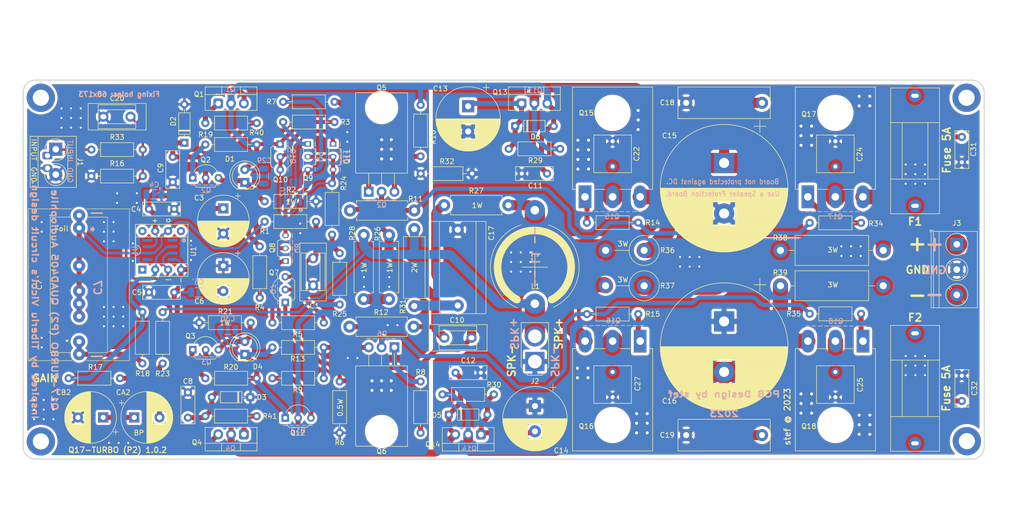
<source format=kicad_pcb>
(kicad_pcb (version 20211014) (generator pcbnew)
  (title_block (title "Q17-TURBO (P2)") (date "2023-06-26") (rev "1.0.2") (company "PCB design by Stef") (comment 1 "Zize 190 x 75 mm"))
  (layers (0 "F.Cu" signal) (31 "B.Cu" signal) (34 "B.Paste" user) (35 "F.Paste" user) (36 "B.SilkS" user "B.Silkscreen") (37 "F.SilkS" user "F.Silkscreen") (38 "B.Mask" user) (39 "F.Mask" user) (44 "Edge.Cuts" user))
  (net 0 "")
  (net 1 "GND")
  (net 2 "Net-(C1-Pad1)")
  (net 3 "Net-(Q5-Pad2)")
  (net 4 "Net-(C3-Pad1)")
  (net 5 "Net-(C5-Pad2)")
  (net 6 "Net-(C7-Pad1)")
  (net 7 "Net-(C8-Pad2)")
  (net 8 "Net-(C9-Pad2)")
  (net 9 "Net-(C10-Pad1)")
  (net 10 "Net-(C10-Pad2)")
  (net 11 "Net-(C11-Pad2)")
  (net 12 "GNDPWR")
  (net 13 "Net-(C12-Pad2)")
  (net 14 "Net-(C13-Pad1)")
  (net 15 "Net-(C14-Pad2)")
  (net 16 "Net-(C15-Pad1)")
  (net 17 "Net-(C16-Pad2)")
  (net 18 "Net-(C17-Pad1)")
  (net 19 "Net-(C29-Pad2)")
  (net 20 "Net-(C30-Pad1)")
  (net 21 "Net-(L1-Pad2)")
  (net 22 "Net-(J2-Pad2)")
  (net 23 "Net-(Q2-Pad1)")
  (net 24 "Net-(Q3-Pad1)")
  (net 25 "Net-(Q8-Pad2)")
  (net 26 "Net-(Q5-Pad3)")
  (net 27 "Net-(Q5-Pad1)")
  (net 28 "Net-(Q6-Pad3)")
  (net 29 "Net-(Q6-Pad1)")
  (net 30 "Net-(Q15-Pad1)")
  (net 31 "Net-(Q16-Pad1)")
  (net 32 "Net-(R24-Pad2)")
  (net 33 "Net-(R26-Pad2)")
  (net 34 "Net-(Q8-Pad1)")
  (net 35 "Net-(Q7-Pad2)")
  (net 36 "Net-(Q10-Pad2)")
  (net 37 "Net-(Q9-Pad1)")
  (net 38 "Net-(Q11-Pad2)")
  (net 39 "Net-(Q15-Pad3)")
  (net 40 "Net-(Q12-Pad2)")
  (net 44 "Net-(Q16-Pad3)")
  (net 45 "Net-(Q17-Pad1)")
  (net 46 "Net-(Q17-Pad3)")
  (net 47 "Net-(Q18-Pad1)")
  (net 48 "Net-(Q18-Pad3)")
  (net 49 "Net-(Q6-Pad2)")
  (net 50 "Net-(Q8-Pad3)")
  (net 51 "Net-(R17-Pad2)")
  (net 52 "Net-(Q1-Pad1)")
  (net 53 "Net-(Q4-Pad1)")
  (net 54 "Net-(C20-Pad2)")
  (net 55 "Net-(C7-Pad2)")
  (net 56 "Net-(CA2-Pad1)")
  (net 57 "Net-(CA2-Pad2)")
  (net 58 "Net-(F1-Pad2)")
  (net 59 "Net-(F2-Pad1)")
  (net 60 "Net-(J1-Pad1)")
  (net 61 "Net-(Q12-Pad3)")
  (footprint "Resistor_THT:R_Axial_DIN0207_L6.3mm_D2.5mm_P10.16mm_Horizontal" (layer "F.Cu") (at 98.3472 119.15)
    (fp_text reference "R5")
    (fp_text value "10R" hide)
  )
  (footprint "Resistor_THT:R_Axial_DIN0207_L6.3mm_D2.5mm_P10.16mm_Horizontal" (layer "F.Cu") (at 95.2572 83.9 180)
    (fp_text reference "R19")
    (fp_text value "330R" hide)
  )
  (footprint "Package_TO_SOT_THT:TO-92_Inline_Wide" (layer "F.Cu") (at 82.6072 90.485)
    (fp_text reference "Q2")
    (fp_text value "KSA992")
  )
  (footprint "Resistor_THT:R_Axial_DIN0207_L6.3mm_D2.5mm_P10.16mm_Horizontal" (layer "F.Cu") (at 95.2572 130.15 180)
    (fp_text reference "R20")
    (fp_text value "330R" hide)
  )
  (footprint "Capacitor_THT:CP_Radial_D12.5mm_P5.00mm" (layer "F.Cu") (at 150.2472 135.65 -90)
    (fp_text reference "C14")
    (fp_text value "220uF/63V")
  )
  (footprint "Resistor_THT:R_Axial_DIN0614_L14.3mm_D5.7mm_P20.32mm_Horizontal" (layer "F.Cu") (at 219.1072 111.85 180)
    (fp_text reference "R39")
    (fp_text value "0.1R/3W")
  )
  (footprint "Capacitor_THT:CP_Radial_D10.0mm_P5.00mm" (layer "F.Cu") (at 88.6472 96.532323 -90)
    (fp_text reference "C3")
    (fp_text value "47uF/25v")
  )
  (footprint "Resistor_THT:R_Axial_DIN0207_L6.3mm_D2.5mm_P10.16mm_Horizontal" (layer "F.Cu") (at 62.5672 90.15)
    (fp_text reference "R16")
    (fp_text value "22k" hide)
  )
  (footprint "Resistor_THT:R_Axial_DIN0207_L6.3mm_D2.5mm_P10.16mm_Horizontal" (layer "F.Cu") (at 95.8472 104.07 -90)
    (fp_text reference "R4")
    (fp_text value "100R" hide)
  )
  (footprint "Q17_Library:L_Radial_D13mm_Q17_P2" (layer "F.Cu") (at 150.227888 115.4 90)
    (fp_text reference "L1")
    (fp_text value "1u2")
  )
  (footprint "Resistor_THT:R_Axial_DIN0207_L6.3mm_D2.5mm_P10.16mm_Horizontal" (layer "F.Cu") (at 100.4672 75.45)
    (fp_text reference "R7")
    (fp_text value "100R" hide)
  )
  (footprint "Resistor_THT:R_Axial_DIN0207_L6.3mm_D2.5mm_P10.16mm_Horizontal" (layer "F.Cu") (at 95.2572 137.65 180)
    (fp_text reference "R41")
    (fp_text value "100R")
  )
  (footprint "Package_TO_SOT_THT:TO-92_Inline_Wide" (layer "F.Cu") (at 100.8972 115.15 90)
    (fp_text reference "Q7")
    (fp_text value "KSC1845")
  )
  (footprint "LED_THT:LED_D5.0mm" (layer "F.Cu") (at 92.8972 91.4 90)
    (fp_text reference "D1")
    (fp_text value "RED 2V")
  )
  (footprint "Resistor_THT:R_Axial_DIN0207_L6.3mm_D2.5mm_P10.16mm_Horizontal" (layer "F.Cu") (at 160.5222 117.45)
    (fp_text reference "R15")
    (fp_text value "330R")
  )
  (footprint "Package_DIP:DIP-8_W7.62mm_Socket" (layer "F.Cu") (at 72.6472 108.65 90)
    (fp_text reference "U1'")
    (fp_text value "OPA1641")
  )
  (footprint "Capacitor_THT:C_Rect_L7.2mm_W2.5mm_P5.00mm_FKS2_FKP2_MKS2_MKP2" (layer "F.Cu") (at 234.6472 87.4 90)
    (fp_text reference "C31")
    (fp_text value "100nF")
  )
  (footprint "Resistor_THT:R_Axial_DIN0411_L9.9mm_D3.6mm_P12.70mm_Horizontal" (layer "F.Cu") (at 126.2872 119.95 180)
    (fp_text reference "R12")
    (fp_text value "47R/2W" hide)
  )
  (footprint "Q17_Library:fuse_holder_CQ-2" (layer "F.Cu") (at 225.3972 132.15)
    (fp_text reference "F2")
    (fp_text value "Fuse 5A")
  )
  (footprint "Resistor_THT:R_Axial_DIN0207_L6.3mm_D2.5mm_P10.16mm_Horizontal" (layer "F.Cu") (at 96.8172 99.15)
    (fp_text reference "R1")
    (fp_text value "2k7" hide)
  )
  (footprint "Q17_Library:C_Mica_v2_L11.4mm_W4.3mm_H9.1_P5.9mm_mix" (layer "F.Cu") (at 64.677772 78.396103)
    (fp_text reference "C20")
    (fp_text value "1nF FKP2 or MKT")
  )
  (footprint "Resistor_THT:R_Axial_DIN0207_L6.3mm_D2.5mm_P10.16mm_Horizontal" (layer "F.Cu") (at 110.6272 79.45 180)
    (fp_text reference "R3")
    (fp_text value "150R" hide)
  )
  (footprint "Q17_Library:R_Axial_L12.0mm_D5.0mm_P15.24mm_Horizontal_Dale_1W" (layer "F.Cu") (at 126.3972 100.63 -90)
    (fp_text reference "R31")
    (fp_text value "10R/2W")
  )
  (footprint "Capacitor_THT:C_Rect_L7.2mm_W2.5mm_P5.00mm_FKS2_FKP2_MKS2_MKP2" (layer "F.Cu") (at 147.6472 89.65)
    (fp_text reference "C11")
    (fp_text value "100nF")
  )
  (footprint "Package_TO_SOT_THT:TO-92S_Wide" (layer "F.Cu") (at 105.3472 83.775 -90)
    (fp_text reference "Q9")
    (fp_text value "ZVP2106A")
  )
  (footprint "Resistor_THT:R_Axial_DIN0207_L6.3mm_D2.5mm_P10.16mm_Horizontal" (layer "F.Cu") (at 204.5672 117.4)
    (fp_text reference "R35")
    (fp_text value "330R")
  )
  (footprint "Capacitor_THT:CP_Radial_D10.0mm_P5.00mm" (layer "F.Cu") (at 64.8972 137.9 180)
    (fp_text reference "CB2")
    (fp_text value "STRAP")
  )
  (footprint "Capacitor_THT:C_Rect_L7.2mm_W2.5mm_P5.00mm_FKS2_FKP2_MKS2_MKP2" (layer "F.Cu") (at 78.9472 96.65 180)
    (fp_text reference "C4")
    (fp_text value "100nF")
  )
  (footprint "Resistor_THT:R_Axial_DIN0207_L6.3mm_D2.5mm_P10.16mm_Horizontal" (layer "F.Cu") (at 68.2272 130.15 180)
    (fp_text reference "R17")
    (fp_text value "7k32" hide)
  )
  (footprint "Resistor_THT:R_Axial_DIN0207_L6.3mm_D2.5mm_P10.16mm_Horizontal" (layer "F.Cu") (at 96.8172 95.15)
    (fp_text reference "R2")
    (fp_text value "10k/1W" hide)
  )
  (footprint "Package_TO_SOT_THT:TO-92S_Wide" (layer "F.Cu") (at 110.3472 83.775 -90)
    (fp_text reference "Q11")
    (fp_text value "ZVP2106A")
  )
  (footprint "Resistor_THT:R_Axial_DIN0207_L6.3mm_D2.5mm_P10.16mm_Horizontal" (layer "F.Cu") (at 72.7272 84.9 180)
    (fp_text reference "R33")
    (fp_text value "680R" hide)
  )
  (footprint "Resistor_THT:R_Axial_DIN0207_L6.3mm_D2.5mm_P10.16mm_Horizontal" (layer "F.Cu") (at 76.6472 127.23 90)
    (fp_text reference "R23")
    (fp_text value "8k2" hide)
  )
  (footprint "LED_THT:LED_D5.0mm" (layer "F.Cu") (at 92.8972 125.425 90)
    (fp_text reference "D4")
    (fp_text value "RED 2V")
  )
  (footprint "Resistor_THT:R_Axial_DIN0207_L6.3mm_D2.5mm_P10.16mm_Horizontal" (layer "F.Cu") (at 98.3472 130.15)
    (fp_text reference "R9")
    (fp_text value "100R" hide)
  )
  (footprint "Capacitor_THT:CP_Radial_D10.0mm_P5.00mm" (layer "F.Cu") (at 88.6472 107.9 -90)
    (fp_text reference "C6")
    (fp_text value "47uF/25v")
  )
  (footprint "Q17_Library:C_Rect_L18.0mm_W7.0mm_P15.00mm_C17" (layer "F.Cu") (at 134.99155 115.75 90)
    (fp_text reference "C17")
    (fp_text value "100nF MKP or MKT")
  )
  (footprint "Capacitor_THT:C_Rect_L7.2mm_W2.5mm_P5.00mm_FKS2_FKP2_MKS2_MKP2" (layer "F.Cu") (at 139.5472 129.05 180)
    (fp_text reference "C12")
    (fp_text value "100nF")
  )
  (footprint "Resistor_THT:R_Axial_DIN0207_L6.3mm_D2.5mm_P10.16mm_Horizontal" (layer "F.Cu") (at 127.6472 76.07 -90)
    (fp_text reference "R10")
    (fp_text value "10R" hide)
  )
  (footprint "Resistor_THT:R_Axial_DIN0411_L9.9mm_D3.6mm_P12.70mm_Horizontal" (layer "F.Cu") (at 126.3972 96.95 180)
    (fp_text reference "R11")
    (fp_text value "47R/2W" hide)
  )
  (footprint "Diode_THT:D_DO-35_SOD27_P7.62mm_Horizontal" (layer "F.Cu") (at 146.3372 80.25)
    (fp_text reference "D6")
    (fp_text value "1N5245B" hide)
  )
  (footprint "Diode_THT:D_DO-35_SOD27_P7.62mm_Horizontal" (layer "F.Cu") (at 93.9872 133.9 180)
    (fp_text reference "D3")
    (fp_text value "1N5248B" hide)
  )
  (footprint "Capacitor_THT:CP_Radial_D25.0mm_P10.00mm_SnapIn" (layer "F.Cu") (at 187.6472 118.9 -90)
    (fp_text reference "C16")
    (fp_text value "3300uF/63V")
  )
  (footprint "Package_TO_SOT_THT:TO-220-3_Vertical" (layer "F.Cu") (at 147.6072 75.775)
    (fp_text reference "Q13")
    (fp_text value "IRF610" hide)
  )
  (footprint "Resistor_THT:R_Axial_DIN0207_L6.3mm_D2.5mm_P10.16mm_Horizontal" (layer "F.Cu") (at 155.2272 84.75 180)
    (fp_text reference "R29")
    (fp_text value "100R" hide)
  )
  (footprint "Package_TO_SOT_THT:TO-92_Inline_Wide" (layer "F.Cu") (at 100.8872 138.01)
    (fp_text reference "Q12")
    (fp_text value "KSC1845")
  )
  (footprint "Capacitor_THT:C_Rect_L7.2mm_W7.2mm_P5.00mm_FKS2_FKP2_MKS2_MKP2" (layer "F.Cu") (at 209.6472 133.9 90)
    (fp_text reference "C25")
    (fp_text value "1uF/100V")
  )
  (footprint "Resistor_THT:R_Axial_DIN0207_L6.3mm_D2.5mm_P10.16mm_Horizontal" (layer "F.Cu") (at 110.1472 91.57 -90)
    (fp_text reference "R24")
    (fp_text value "10k" hide)
  )
  (footprint "Package_TO_SOT_THT:TO-92_Inline_Wide" (layer "F.Cu") (at 99.8872 83.81 -90)
    (fp_text reference "Q10")
    (fp_text value "KSA992")
  )
  (footprint "Q17_Library:TO-3PB-3_Horizontal_TabDown_6mmHole" (layer "F.Cu") (at 160.1472 94.25)
    (fp_text reference "Q15")
    (fp_text value "FQA46N15" hide)
  )
  (footprint "Capacitor_THT:C_Rect_L18.0mm_W6.0mm_P15.00mm_FKS3_FKP3" (layer "F.Cu") (at 195.1472 141.4 180)
    (fp_text reference "C19")
    (fp_text value "3.3uF/63v MKS4")
  )
  (footprint "Capacitor_THT:C_Rect_L7.2mm_W2.5mm_P5.00mm_FKS2_FKP2_MKS2_MKP2" (layer "F.Cu") (at 78.6472 91.35 90)
    (fp_text reference "C9")
    (fp_text value "100nF")
  )
  (footprint "Capacitor_THT:C_Rect_L7.2mm_W2.5mm_P5.00mm_FKS2_FKP2_MKS2_MKP2" (layer "F.Cu") (at 73.9472 113.15)
    (fp_text reference "C5")
    (fp_text value "100nF")
  )
  (footprint "Capacitor_THT:CP_Radial_D12.5mm_P5.00mm" (layer "F.Cu") (at 137.0472 76.326041 -90)
    (fp_text reference "C13")
    (fp_text value "220uF/63V")
  )
  (footprint "MountingHole:MountingHole_3.2mm_M3_DIN965_Pad_TopBottom" (layer "F.Cu") (at 235.640771 142.596818 180)
    (fp_text reference "H1")
    (fp_text value "MountingHole")
  )
  (footprint "Resistor_THT:R_Axial_DIN0207_L6.3mm_D2.5mm_P10.16mm_Horizontal" (layer "F.Cu") (at 160.5222 99.35)
    (fp_text reference "R14")
    (fp_text value "330R")
  )
  (footprint "Resistor_THT:R_Axial_DIN0207_L6.3mm_D2.5mm_P10.16mm_Horizontal" (layer "F.Cu") (at 142.1272 133.35 180)
    (fp_text reference "R30")
    (fp_text value "100R" hide)
  )
  (footprint "Resistor_THT:R_Axial_DIN0207_L6.3mm_D2.5mm_P10.16mm_Horizontal" (layer "F.Cu") (at 111.6472 130.79 -90)
    (fp_text reference "R6")
    (fp_text value "100R/0.5W" hide)
  )
  (footprint "Capacitor_THT:CP_Radial_D10.0mm_P5.00mm" (layer "F.Cu") (at 71.029523 137.9)
    (fp_text reference "CA2")
    (fp_text value "100uF/16V BP")
  )
  (footprint "Capacitor_THT:C_Rect_L7.2mm_W7.2mm_P5.00mm_FKS2_FKP2_MKS2_MKP2" (layer "F.Cu") (at 209.6472 83.25 -90)
    (fp_text reference "C24")
    (fp_text value "1uF/100V")
  )
  (footprint "Q17_Library:C_Mica_v2_L11.4mm_W4.3mm_H9.1_P5.9mm_mix" (layer "F.Cu") (at 132.084075 122.146103)
    (fp_text reference "C10")
    (fp_text value "47pF Mica or NP0")
  )
  (footprint "Package_TO_SOT_THT:TO-92S_Wide" (layer "F.Cu") (at 100.9372 106.975 90)
    (fp_text reference "Q8")
    (fp_text value "ZVN4206AV")
  )
  (footprint "Resistor_THT:R_Axial_DIN0207_L6.3mm_D2.5mm_P10.16mm_Horizontal" (layer "F.Cu") (at 108.5072 124.05 180)
    (fp_text reference "R13")
    (fp_text value "10R" hide)
  )
  (footprint "Resistor_THT:R_Axial_DIN0411_L9.9mm_D3.6mm_P12.70mm_Horizontal" (layer "F.Cu") (at 116.3972 114.5 90)
    (fp_text reference "R28")
    (fp_text value "22R/1W")
  )
  (footprint "Resistor_THT:R_Axial_DIN0411_L9.9mm_D3.6mm_P12.70mm_Horizontal" (layer "F.Cu") (at 121.3972 101.8 -90)
    (fp_text reference "R26")
    (fp_text value "22R/1W")
  )
  (footprint "Capacitor_THT:C_Rect_L18.0mm_W6.0mm_P15.00mm_FKS3_FKP3" (layer "F.Cu") (at 180.1472 75.65)
    (fp_text reference "C18")
    (fp_text value "3.3uF/63v MKS4")
  )
  (footprint "Diode_THT:D_DO-35_SOD27_P7.62mm_Horizontal" (layer "F.Cu") (at 133.2372 137.35)
    (fp_text reference "D5")
    (fp_text value "1N5245B" hide)
  )
  (footprint "MountingHole:MountingHole_3.2mm_M3_DIN965_Pad_TopBottom" (layer "F.Cu") (at 235.578971 74.647618 180)
    (fp_text reference "H1")
    (fp_text value "MountingHole")
  )
  (footprint "Package_TO_SOT_THT:TO-220-3_Vertical" (layer "F.Cu") (at 92.7172 141.25 180)
    (fp_text reference "Q4")
    (fp_text value "IRF9610" hide)
  )
  (footprint "MountingHole:MountingHole_3.2mm_M3_DIN965_Pad_TopBottom" (layer "F.Cu") (at 52.578971 142.647618 180)
    (fp_text reference "H1")
    (fp_text value "MountingHole")
  )
  (footprint "Q17_Library:TO-220-3_Horizontal_TabDown_6mmHole" (layer "F.Cu") (at 117.3972 93.25)
    (fp_text reference "Q5")
    (fp_text value "FQP3P20")
  )
  (footprint "Q17_Library:TO-3PB-3_Horizontal_TabDown_6mmHole" (layer "F.Cu") (at 215.1022 122.8 180)
    (fp_text reference "Q18")
    (fp_text value "FQA36P15")
  )
  (footprint "Resistor_THT:R_Axial_DIN0614_L14.3mm_D5.7mm_P7.62mm_Vertical" (layer "F.Cu") (at 171.8372 111.85 180)
    (fp_text reference "R37")
    (fp_text value "0.1R/3W")
  )
  (footprint "Package_TO_SOT_THT:TO-220-3_Vertical" (layer "F.Cu") (at 139.5872 141.275 180)
    (fp_text reference "Q14")
    (fp_text value "IRF9610" hide)
  )
  (footprint "Package_TO_SOT_THT:TO-92_Inline_Wide" (layer "F.Cu") (at 82.6072 124.51)
    (fp_text reference "Q3")
    (fp_text value "KSC1845")
  )
  (footprint "Capacitor_THT:CP_Radial_D25.0mm_P10.00mm_SnapIn" (layer "F.Cu") (at 187.6472 87.54463 -90)
    (fp_text reference "C15")
    (fp_text value "3300uF/63V")
  )
  (footprint "Resistor_THT:R_Axial_DIN0614_L14.3mm_D5.7mm_P7.62mm_Vertical" (layer "F.Cu") (at 171.8372 104.85 180)
    (fp_text reference "R36")
    (fp_text value "0.1R/3W")
  )
  (footprint "Q17_Library:TO-3PB-3_Horizontal_TabDown_6mmHole" (layer "F.Cu") (at 204.1922 94.25)
    (fp_text reference "Q17")
    (fp_text value "FQA46N15" hide)
  )
  (footprint "Resistor_THT:R_Axial_DIN0207_L6.3mm_D2.5mm_P10.16mm_Horizontal" (layer "F.Cu") (at 72.6472 117.05 -90)
    (fp_text reference "R18")
    (fp_text value "22k" hide)
  )
  (footprint "Q17_Library:fuse_holder_CQ-2" (layer "F.Cu") (at 225.3972 85.15)
    (fp_text reference "F1")
    (fp_text value "Fuse 5A")
  )
  (footprint "Resistor_THT:R_Axial_DIN0614_L14.3mm_D5.7mm_P20.32mm_Horizontal" (layer "F.Cu") (at 219.1072 104.85 180)
    (fp_text reference "R38")
    (fp_text value "0.1R/3W")
  )
  (footprint "Q17_Library:C_Rect_C7_Q17_Mini_L26.50_H11.00_P20.50_2" (layer "F.Cu") (at 60.1472 122.9 90)
    (fp_text reference "C7")
    (fp_text value "1uF MKP or MKT")
  )
  (footprint "Capacitor_THT:C_Rect_L7.2mm_W2.5mm_P5.00mm_FKS2_FKP2_MKS2_MKP2" (layer "F.Cu") (at 81.6472 132.95 -90)
    (fp_text reference "C8")
    (fp_text value "100nF")
  )
  (footprint "Resistor_THT:R_Axial_DIN0207_L6.3mm_D2.5mm_P10.16mm_Horizontal" (layer "F.Cu") (at 214.7272 99.4 180)
    (fp_text reference "R34")
    (fp_text value "330R")
  )
  (footprint "Q17_Library:TO-3PB-3_Horizontal_TabDown_6mmHole" (layer "F.Cu") (at 171.0572 122.8 180)
    (fp_text reference "Q16")
    (fp_text value "FQA36P15" hide)
  )
  (footprint "Package_TO_SOT_THT:TO-220-3_Vertical" (layer "F.Cu") (at 87.6372 75.775)
    (fp_text reference "Q1")
    (fp_text value "IRF610" hide)
  )
  (footprint "Connector_AMASS:AMASS_XT30U-F_1x02_P5.0mm_Vertical" (layer "F.Cu") (at 150.2472 126.85 90)
    (fp_text reference "J2")
    (fp_text value "SPK+")
  )
  (footprint "Resistor_THT:R_Axial_DIN0207_L6.3mm_D2.5mm_P10.16mm_Horizontal" (layer "F.Cu") (at 94.0472 119.15 180)
    (fp_text reference "R21")
    (fp_text value "10k/1W" hide)
  )
  (footprint "MountingHole:MountingHole_3.2mm_M3_DIN965_Pad_TopBottom" (layer "F.Cu") (at 52.578971 74.647618 180)
    (fp_text reference "H1")
    (fp_text value "MountingHole")
  )
  (footprint "Q17_Library:C_Mica_v2_L11.4mm_W4.3mm_H9.1_P5.9mm_mix" (layer "F.Cu") (at 106.3972 106.15 -90)
    (fp_text reference "C1")
    (fp_text value "470p Mica")
  )
  (footprint "Capacitor_THT:C_Rect_L7.2mm_W2.5mm_P5.00mm_FKS2_FKP2_MKS2_MKP2" (layer "F.Cu") (at 234.6472 129.65 -90)
    (fp_text reference "C32")
    (fp_text value "100nF")
  )
  (footprint "Resistor_THT:R_Axial_DIN0207_L6.3mm_D2.5mm_P10.16mm_Horizontal" (layer "F.Cu") (at 85.0972 79.65)
    (fp_text reference "R40")
    (fp_text value "100R")
  )
  (footprint "Resistor_THT:R_Axial_DIN0207_L6.3mm_D2.5mm_P10.16mm_Horizontal" (layer "F.Cu") (at 127.6472 140.95 90)
    (fp_text reference "R8")
    (fp_text value "120R" hide)
  )
  (footprint "Q17_Library:Input_connector_mix_regular" (layer "F.Cu") (at 54.8972 87.4 -90)
    (fp_text reference "J1")
    (fp_text value "INPUT")
  )
  (footprint "Resistor_THT:R_Axial_DIN0207_L6.3mm_D2.5mm_P10.16mm_Horizontal" (layer "F.Cu") (at 127.6672 89.65)
    (fp_text reference "R32")
    (fp_text value "STRAP" hide)
  )
  (footprint "Q17_Library:TO-220-3_Horizontal_TabDown_6mmHole" (layer "F.Cu") (at 122.4772 124.02 180)
    (fp_text reference "Q6")
    (fp_text value "FQP3N30")
  )
  (footprint "Resistor_THT:R_Axial_DIN0411_L9.9mm_D3.6mm_P12.70mm_Horizontal" (layer "F.Cu") (at 132.2972 95.9)
    (fp_text reference "R27")
    (fp_text value "560R/1W")
  )
  (footprint "TerminalBlock_Phoenix:TerminalBlock_Phoenix_PT-1,5-3-5.0-H_1x03_P5.00mm_Horizontal" (layer "F.Cu") (at 233.6472 103.65 -90)
    (fp_text reference "J3")
    (fp_text value "DC")
  )
  (footprint "Capacitor_THT:C_Rect_L7.2mm_W7.2mm_P5.00mm_FKS2_FKP2_MKS2_MKP2" (layer "F.Cu") (at 165.6022 83.25 -90)
    (fp_text reference "C22")
    (fp_text value "1uF/100V")
  )
  (footprint "Diode_THT:D_DO-35_SOD27_P7.62mm_Horizontal" (layer "F.Cu") (at 80.9472 83.56 90)
    (fp_text reference "D2")
    (fp_text value "1N5248B" hide)
  )
  (footprint "Resistor_THT:R_Axial_DIN0207_L6.3mm_D2.5mm_P10.16mm_Horizontal" (layer "F.Cu") (at 111.6472 105.4 -90)
    (fp_text reference "R25")
    (fp_text value "7k5" hide)
  )
  (footprint "Capacitor_THT:C_Rect_L7.2mm_W7.2mm_P5.00mm_FKS2_FKP2_MKS2_MKP2" (layer "F.Cu") (at 165.6022 133.9 90)
    (fp_text reference "C27")
    (fp_text value "1uF/100V")
  )
  (footprint "Capacitor_SMD:C_1206_3216Metric" (layer "B.Cu") (at 89.5472 120.55 180)
    (fp_text reference "C30")
    (fp_text value "15nF COG")
  )
  (footprint "Capacitor_SMD:C_1206_3216Metric" (layer "B.Cu") (at 83.7472 113.15 180)
    (fp_text reference "C5'")
    (fp_text value "15nF COG")
  )
  (footprint "Capacitor_SMD:C_1206_3216Metric" (layer "B.Cu") (at 96.6472 90.15 -90)
    (fp_text reference "C29")
    (fp_text value "15nF COG")
  )
  (footprint "Package_SO:SOIC-8_3.9x4.9mm_P1.27mm" (layer "B.Cu") (at 76.129917 104.755097 180)
    (fp_text reference "U1")
    (fp_text value "OPA1611")
  )
  (footprint "Package_TO_SOT_SMD:TSOT-23-6_HandSoldering" (layer "B.Cu") (at 102.9472 93.25 90)
    (fp_text reference "U2")
    (fp_text value "NDC7003P")
  )
  (footprint "Capacitor_SMD:C_1206_3216Metric" (layer "B.Cu") (at 74.9472 93.75 180)
    (fp_text reference "C4'")
    (fp_text value "100nF")
  )
  (gr_line locked (start 51.5007 146.150075) (end 236.7937 146.149926) (layer "Edge.Cuts") (width 0.2))
  (gr_arc locked (start 51.5007 146.150075) (mid 49.781843 145.430855) (end 49.071964 143.708119) (layer "Edge.Cuts") (width 0.2))
  (gr_arc locked (start 239.073324 143.765303) (mid 238.403924 145.407313) (end 236.7937 146.149926) (layer "Edge.Cuts") (width 0.2))
  (gr_line locked (start 239.072764 73.623327) (end 239.073324 143.765303) (layer "Edge.Cuts") (width 0.2))
  (gr_line locked (start 49.070888 73.402439) (end 49.071964 143.708119) (layer "Edge.Cuts") (width 0.2))
  (gr_arc locked (start 236.775393 71.153909) (mid 238.417593 71.929487) (end 239.072764 73.623327) (layer "Edge.Cuts") (width 0.2))
  (gr_arc locked (start 49.070888 73.402439) (mid 49.862617 71.798926) (end 51.530024 71.152518) (layer "Edge.Cuts") (width 0.2))
  (gr_line locked (start 51.530024 71.152518) (end 236.775393 71.153909) (layer "Edge.Cuts") (width 0.2))
  (gr_text "----------" (at 165.5472 97.25 -180) (layer "B.SilkS") (effects (font (size 1 1)) (justify mirror)))
  (gr_text "Q2" (at 119.9472 95.85) (layer "B.SilkS") (effects (font (size 1 1)) (justify mirror)))
  (gr_text "Q13" (at 150.2472 73.188) (layer "B.SilkS") (effects (font (size 1 1)) (justify mirror)))
  (gr_text "-- L1 --" (at 150.3472 106.15 -90) (layer "B.SilkS") (effects (font (size 1.5 1.5) (thickness 0.3)) (justify mirror)))
  (gr_text "-----" (at 119.77914 94.992935 -180) (layer "B.SilkS") (effects (font (size 1 1)) (justify mirror)))
  (gr_text "Q1" (at 90.0472 72.95) (layer "B.SilkS") (effects (font (size 1 1)) (justify mirror)))
  (gr_text "-----" (at 103.3972 139.4) (layer "B.SilkS") (effects (font (size 1 1)) (justify mirror)))
  (gr_text "-----" (at 85.1472 125.85) (layer "B.SilkS") (effects (font (size 1 1)) (justify mirror)))
  (gr_text "GND" (at 229.2472 108.75) (layer "B.SilkS") (effects (font (size 1.5 1.5) (thickness 0.3)) (justify mirror)))
  (gr_text "Q17-TURBO (P2) QUAD405 Audiophile\n\nInspired by Tiberiu Vicol's circuit design." (at 53.3472 114.65 -90) (layer "B.SilkS") (effects (font (size 1.2 1.5) (thickness 0.3)) (justify mirror)))
  (gr_text "Q16" (at 165.7472 118.75) (layer "B.SilkS") (effects (font (size 1 1)) (justify mirror)))
  (gr_text "|          C7           |" (at 63.7472 111.65 -90) (layer "B.SilkS") (effects (font (size 1.5 1.5) (thickness 0.3)) (justify mirror)))
  (gr_text "°" (at 104.7472 96.85 -270) (layer "B.SilkS") (effects (font (size 2 2) (thickness 0.25))))
  (gr_text "-----" (at 106.7472 86.35 -270) (layer "B.SilkS") (effects (font (size 1 1)) (justify mirror)))
  (gr_text "-----" (at 99.4472 112.55 -90) (layer "B.SilkS") (effects (font (size 1 1)) (justify mirror)))
  (gr_text "Q11" (at 112.816058 86.35 -90) (layer "B.SilkS") (effects (font (size 1 1)) (justify mirror)))
  (gr_text "PCB Design by stef\n\n2023" (at 187.6472 135.25) (layer "B.SilkS") (effects (font (size 1.2 1.5) (thickness 0.3)) (justify mirror)))
  (gr_text "INPUT" (at 58.3472 85.15 -90) (layer "B.SilkS") (effects (font (size 1 1)) (justify mirror)))
  (gr_text "----------" (at 209.6472 97.25 -180) (layer "B.SilkS") (effects (font (size 1 1)) (justify mirror)))
  (gr_text "Board not protected against DC." (at 187.3472 91.237) (layer "B.SilkS") (effects (font (size 1 0.9)) (justify mirror)))
  (gr_text "Q2" (at 85.2472 92.95) (layer "B.SilkS") (effects (font (size 1 1)) (justify mirror)))
  (gr_text "Q9" (at 107.7632 86.35 -90) (layer "B.SilkS") (effects (font (size 1 1)) (justify mirror)))
  (gr_text "----------" (at 165.7472 119.65) (layer "B.SilkS") (effects (font (size 1 1)) (justify mirror)))
  (gr_text "-----" (at 90.1472 142.95) (layer "B.SilkS") (effects (font (size 1 1)) (justify mirror)))
  (gr_text "Q14" (at 137.273586 144.094863) (layer "B.SilkS") (effects (font (size 1 1)) (justify mirror)))
  (gr_text "Q10" (at 102.3472 86.248241 -90) (layer "B.SilkS") (effects (font (size 1 1)) (justify mirror)))
  (gr_text "-----" (at 119.8472 122.25) (layer "B.SilkS") (effects (font (size 1 1)) (justify mirror)))
  (gr_text "-----" (at 137.0472 142.95) (layer "B.SilkS") (effects (font (size 1 1)) (justify mirror)))
  (gr_text "----------" (at 209.7472 119.75) (layer "B.SilkS") (effects (font (size 1 1)) (justify mirror)))
  (gr_text "+" (at 229.2472 103.5) (layer "B.SilkS") (effects (font (size 3 3) (thickness 0.5))))
  (gr_text "Q15" (at 165.5472 98.15) (layer "B.SilkS") (effects (font (size 1 1)) (justify mirror)))
  (gr_text "Q6" (at 120.0472 121.35) (layer "B.SilkS") (effects (font (size 1 1)) (justify mirror)))
  (gr_text "Fixing holes: 68x173" (at 68.0472 73.95) (layer "B.SilkS") (effects (font (size 1 1) (thickness 0.25)) (justify mirror)))
  (gr_text "Use a Speaker Protection Board." (at 187.3472 93.65) (layer "B.SilkS") (effects (font (size 1 0.9)) (justify mirror)))
  (gr_text "-----" (at 90.0472 73.966 -180) (layer "B.SilkS") (effects (font (size 1 1)) (justify mirror)))
  (gr_text "Q4" (at 90.050105 144.01928) (layer "B.SilkS") (effects (font (size 1 1)) (justify mirror)))
  (gr_text "-----" (at 102.2312 104.45 -270) (layer "B.SilkS") (effects (font (size 1 1)) (justify mirror)))
  (gr_text "SPK-" (at 154.1472 126.75 -90) (layer "B.SilkS") (effects (font (size 1.5 1.5) (thickness 0.3)) (justify mirror)))
  (gr_text "Q3" (at 85.305778 126.959102) (layer "B.SilkS") (effects (font (size 1 1)) (justify mirror)))
  (gr_text "-----" (at 101.3472 86.25 -270) (layer "B.SilkS") (effects (font (size 1 1)) (justify mirror)))
  (gr_text "-" (at 229.2472 113.45) (layer "B.SilkS") (effects (font (size 3 3) (thickness 0.5))))
  (gr_text "GND" (at 58.3472 89.95 -90) (layer "B.SilkS") (effects (font (size 1 1)) (justify mirror)))
  (gr_text "Q18" (at 209.7472 118.85) (layer "B.SilkS") (effects (font (size 1 1)) (justify mirror)))
  (gr_text "*" (at 62.301047 100.65855 -90) (layer "B.SilkS") (effects (font (size 1.5 1.5) (thickness 0.3)) (justify mirror)))
  (gr_text "-----" (at 85.088622 91.840898) (layer "B.SilkS") (effects (font (size 1 1)) (justify mirror)))
  (gr_text "-----" (at 150.2472 73.95) (layer "B.SilkS") (effects (font (size 1 1)) (justify mirror)))
  (gr_text "Q12" (at 103.4472 140.5) (layer "B.SilkS") (effects (font (size 1 1)) (justify mirror)))
  (gr_text "°" (at 81.6472 102.85 -270) (layer "B.SilkS") (effects (font (size 2 2) (thickness 0.25))))
  (gr_text "Q8" (at 103.2472 104.45 -90) (layer "B.SilkS") (effects (font (size 1 1)) (justify mirror)))
  (gr_text "Q17" (at 209.6472 98.15) (layer "B.SilkS") (effects (font (size 1 1)) (justify mirror)))
  (gr_text "Q7" (at 98.4312 112.55 -90) (layer "B.SilkS") (effects (font (size 1 1)) (justify mirror)))
  (gr_text "SPK+" (at 146.1472 121.35 -90) (layer "B.SilkS") (effects (font (size 1.5 1.5) (thickness 0.3)) (justify mirror)))
  (gr_text "-----" (at 111.8472 86.350145 -90) (layer "B.SilkS") (effects (font (size 1 1)) (justify mirror)))
  (gr_text "+" (at 225.8472 103.45) (layer "F.SilkS") (effects (font (size 3 3) (thickness 0.5))))
  (gr_text "GAIN" (at 53.3972 130.15) (layer "F.SilkS") (effects (font (size 1.5 1.5) (thickness 0.3))))
  (gr_text "3W" (at 209.1472 111.65) (layer "F.SilkS") (effects (font (size 1 1))))
  (gr_text "3W" (at 209.1472 104.75) (layer "F.SilkS") (effects (font (size 1 1))))
  (gr_text "1W" (at 102.0472 95.25) (layer "F.SilkS") (effects (font (size 1 1))))
  (gr_text "1W" (at 88.9472 119.15) (layer "F.SilkS") (effects (font (size 1 1))))
  (gr_text "3W" (at 167.6472 103.55) (layer "F.SilkS") (effects (font (size 1 1))))
  (gr_text "*" (at 57.7472 123.05) (layer "F.SilkS") (effects (font (size 1 1))))
  (gr_text "SPK+" (at 154.9472 121.35 -270) (layer "F.SilkS") (effects (font (size 1.5 1.5) (thickness 0.3))))
  (gr_text "1W" (at 138.8472 95.95) (layer "F.SilkS") (effects (font (size 1 1))))
  (gr_text "1W" (at 116.4472 108.25 -270) (layer "F.SilkS") (effects (font (size 1 1))))
  (gr_text "0.5W" (at 111.7472 135.95 -270) (layer "F.SilkS") (effects (font (size 1 1))))
  (gr_text "stef @ 2023" (at 200.1472 137.75 -270) (layer "F.SilkS") (effects (font (size 1.2 1.2) (thickness 0.2))))
  (gr_text "SPK-" (at 145.6472 126.75 90) (layer "F.SilkS") (effects (font (size 1.5 1.5) (thickness 0.3))))
  (gr_text "o" (at 77.883577 98.91581 -90) (layer "F.SilkS") (effects (font (size 1 1))))
  (gr_text "3W" (at 167.6472 110.65) (layer "F.SilkS") (effects (font (size 1 1))))
  (gr_text "-" (at 225.8472 113.6) (layer "F.SilkS") (effects (font (size 3 3) (thickness 0.5))))
  (gr_text "+" (at 75.204458 98.972187 -90) (layer "F.SilkS") (effects (font (size 1 1))))
  (gr_text "i" (at 77.736355 110.65 -90) (layer "F.SilkS") (effects (font (size 1 1))))
  (gr_text "GND" (at 225.8472 108.7) (layer "F.SilkS") (effects (font (size 1.5 1.5) (thickness 0.3))))
  (gr_text "BP" (at 71.9472 140.95) (layer "F.SilkS") (effects (font (size 1 1))))
  (gr_text "-" (at 80.3472 110.727268 -90) (layer "F.SilkS") (effects (font (size 1 1))))
  (gr_text "Foil" (at 56.6472 100.55) (layer "F.SilkS") (effects (font (size 1 1))))
  (gr_text "2W" (at 126.4472 108.25 -270) (layer "F.SilkS") (effects (font (size 1 1))))
  (gr_text "Q17-TURBO (P2) 1.0.2" (at 67.7472 144.35) (layer "F.SilkS") (effects (font (size 1.1 1.1) (thickness 0.2))))
  (gr_text "1W" (at 121.5472 108.25 -270) (layer "F.SilkS") (effects (font (size 1 1))))
  (via (at 67.9472 142.945) (size 0.8) (drill 0.4) (layers "F.Cu" "B.Cu") (net 1))
  (via (at 123.0522 119.65) (size 0.8) (drill 0.4) (layers "F.Cu" "B.Cu") (net 1))
  (via (at 65.0422 101.145) (size 0.8) (drill 0.4) (layers "F.Cu" "B.Cu") (net 1))
  (via (at 53.1472 138.25) (size 0.8) (drill 0.4) (layers "F.Cu" "B.Cu") (net 1))
  (via (at 121.8472 132.55) (size 1.2) (drill 0.6) (layers "F.Cu" "B.Cu") (net 1))
  (via (at 65.0422 99.24) (size 0.8) (drill 0.4) (layers "F.Cu" "B.Cu") (net 1))
  (via (at 121.8472 130.645) (size 1.2) (drill 0.6) (layers "F.Cu" "B.Cu") (net 1))
  (via (at 58.5472 76.745) (size 0.8) (drill 0.4) (layers "F.Cu" "B.Cu") (net 1))
  (via (at 66.9472 101.145) (size 0.8) (drill 0.4) (layers "F.Cu" "B.Cu") (net 1))
  (via (at 68.8522 116.045) (size 0.8) (drill 0.4) (layers "F.Cu" "B.Cu") (net 1))
  (via (at 71.5472 95.45) (size 0.8) (drill 0.4) (layers "F.Cu" "B.Cu") (net 1))
  (via (at 55.0522 136.345) (size 0.8) (drill 0.4) (layers "F.Cu" "B.Cu") (net 1))
  (via (at 82.2472 102.95) (size 0.8) (drill 0.4) (layers "F.Cu" "B.Cu") (net 1))
  (via (at 70.7472 106.95) (size 0.8) (drill 0.4) (layers "F.Cu" "B.Cu") (net 1))
  (via (at 113.1472 83.35) (size 0.8) (drill 0.4) (layers "F.Cu" "B.Cu") (net 1))
  (via (at 66.9472 117.95) (size 0.8) (drill 0.4) (layers "F.Cu" "B.Cu") (net 1))
  (via (at 56.6422 78.65) (size 0.8) (drill 0.4) (layers "F.Cu" "B.Cu") (net 1))
  (via (at 115.1522 126.15) (size 0.8) (drill 0.4) (layers "F.Cu" "B.Cu") (net 1))
  (via (at 52.7472 122.145) (size 0.8) (drill 0.4) (layers "F.Cu" "B.Cu") (net 1))
  (via (at 58.5472 80.555) (size 0.8) (drill 0.4) (layers "F.Cu" "B.Cu") (net 1))
  (via (at 55.0522 138.25) (size 0.8) (drill 0.4) (layers "F.Cu" "B.Cu") (net 1))
  (via (at 66.9472 99.24) (size 0.8) (drill 0.4) (layers "F.Cu" "B.Cu") (net 1))
  (via (at 119.9422 132.55) (size 1.2) (drill 0.6) (layers "F.Cu" "B.Cu") (net 1))
  (via (at 113.2472 126.15) (size 0.8) (drill 0.4) (layers "F.Cu" "B.Cu") (net 1))
  (via (at 52.7472 99.245) (size 0.8) (drill 0.4) (layers "F.Cu" "B.Cu") (net 1))
  (via (at 121.8522 86.75) (size 1.2) (drill 0.6) (layers "F.Cu" "B.Cu") (net 1))
  (via (at 53.1472 134.44) (size 0.8) (drill 0.4) (layers "F.Cu" "B.Cu") (net 1))
  (via (at 119.9422 130.645) (size 1.2) (drill 0.6) (layers "F.Cu" "B.Cu") (net 1))
  (via (at 60.4522 78.65) (size 0.8) (drill 0.4) (layers "F.Cu" "B.Cu") (net 1))
  (via (at 58.5472 78.65) (size 0.8) (drill 0.4) (layers "F.Cu" "B.Cu") (net 1))
  (via (at 60.4522 76.745) (size 0.8) (drill 0.4) (layers "F.Cu" "B.Cu") (net 1))
  (via (at 51.2422 136.345) (size 0.8) (drill 0.4) (layers "F.Cu" "B.Cu") (net 1))
  (via (at 51.2422 134.44) (size 0.8) (drill 0.4) (layers "F.Cu" "B.Cu") (net 1))
  (via (at 68.8522 119.855) (size 0.8) (drill 0.4) (layers "F.Cu" "B.Cu") (net 1))
  (via (at 67.6472 95.45) (size 0.8) (drill 0.4) (layers "F.Cu" "B.Cu") (net 1))
  (via (at 56.6422 76.745) (size 0.8) (drill 0.4) (layers "F.Cu" "B.Cu") (net 1))
  (via (at 121.4472 112.05) (size 0.8) (drill 0.4) (layers "F.Cu" "B.Cu") (net 1))
  (via (at 71.5472 93.545) (size 0.8) (drill 0.4) (layers "F.Cu" "B.Cu") (net 1))
  (via (at 103.8472 99.545) (size 0.8) (drill 0.4) (layers "F.Cu" "B.Cu") (net 1))
  (via (at 113.1472 81.445) (size 0.8) (drill 0.4) (layers "F.Cu" "B.Cu") (net 1))
  (via (at 65.0422 103.05) (size 0.8) (drill 0.4) (layers "F.Cu" "B.Cu") (net 1))
  (via (at 66.9472 116.045) (size 0.8) (drill 0.4) (layers "F.Cu" "B.Cu") (net 1))
  (via (at 116.4472 110.145) (size 0.8) (drill 0.4) (layers "F.Cu" "B.Cu") (net 1))
  (via (at 66.9472 119.855) (size 0.8) (drill 0.4) (layers "F.Cu" "B.Cu") (net 1))
  (via (at 52.7472 101.15) (size 0.8) (drill 0.4) (layers "F.Cu" "B.Cu") (net 1))
  (via (at 65.0422 116.045) (size 0.8) (drill 0.4) (layers "F.Cu" "B.Cu") (net 1))
  (via (at 53.1472 136.345) (size 0.8) (drill 0.4) (layers "F.Cu" "B.Cu") (net 1))
  (via (at 121.4472 110.145) (size 0.8) (drill 0.4) (layers "F.Cu" "B.Cu") (net 1))
  (via (at 119.9472 86.75) (size 1.2) (drill 0.6) (layers "F.Cu" "B.Cu") (net 1))
  (via (at 51.2422 138.25) (size 0.8) (drill 0.4) (layers "F.Cu" "B.Cu") (net 1))
  (via (at 121.1472 119.65) (size 0.8) (drill 0.4) (layers "F.Cu" "B.Cu") (net 1))
  (via (at 69.8522 142.945) (size 0.8) (drill 0.4) (layers "F.Cu" "B.Cu") (net 1))
  (via (at 67.6472 93.545) (size 0.8) (drill 0.4) (layers "F.Cu" "B.Cu") (net 1))
  (via (at 55.0522 134.44) (size 0.8) (drill 0.4) (layers "F.Cu" "B.Cu") (net 1))
  (via (at 70.7472 103.45) (size 0.8) (drill 0.4) (layers "F.Cu" "B.Cu") (net 1))
  (via (at 66.9472 103.05) (size 0.8) (drill 0.4) (layers "F.Cu" "B.Cu") (net 1))
  (via (at 103.8472 101.45) (size 0.8) (drill 0.4) (layers "F.Cu" "B.Cu") (net 1))
  (via (at 118.0372 130.645) (size 1.2) (drill 0.6) (layers "F.Cu" "B.Cu") (net 1))
  (via (at 119.9472 84.845) (size 1.2) (drill 0.6) (layers "F.Cu" "B.Cu") (net 1))
  (via (at 60.4522 80.555) (size 0.8) (drill 0.4) (layers "F.Cu" "B.Cu") (net 1))
  (via (at 82.2472 106.75) (size 0.8) (drill 0.4) (layers "F.Cu" "B.Cu") (net 1))
  (via (at 65.0422 117.95) (size 0.8) (drill 0.4) (layers "F.Cu" "B.Cu") (net 1))
  (via (at 66.0422 142.945) (size 0.8) (drill 0.4) (layers "F.Cu" "B.Cu") (net 1))
  (via (at 116.4472 112.05) (size 0.8) (drill 0.4) (layers "F.Cu" "B.Cu") (net 1))
  (via (at 56.6422 80.555) (size 0.8) (drill 0.4) (layers "F.Cu" "B.Cu") (net 1))
  (via (at 65.0422 119.855) (size 0.8) (drill 0.4) (layers "F.Cu" "B.Cu") (net 1))
  (via (at 121.8522 84.845) (size 1.2) (drill 0.6) (layers "F.Cu" "B.Cu") (net 1))
  (via (at 118.0372 132.55) (size 1.2) (drill 0.6) (layers "F.Cu" "B.Cu") (net 1))
  (via (at 119.9472 82.94) (size 1.2) (drill 0.6) (layers "F.Cu" "B.Cu") (net 1))
  (via (at 52.7472 124.05) (size 0.8) (drill 0.4) (layers "F.Cu" "B.Cu") (net 1))
  (via (at 68.8522 117.95) (size 0.8) (drill 0.4) (layers "F.Cu" "B.Cu") (net 1))
  (via (at 121.8522 82.94) (size 1.2) (drill 0.6) (layers "F.Cu" "B.Cu") (net 1))
  (segment (start 105.500307 106.696893) (end 102.420093 109.777107) (width 0.8) (layer "F.Cu") (net 2))
  (segment (start 101.712986 110.07) (end 100.8972 110.07) (width 0.8) (layer "F.Cu") (net 2))
  (segment (start 106.9772 99.15) (end 106.9772 105.826627) (width 1) (layer "F.Cu") (net 2))
  (arc (start 105.500307 106.696893) (mid 105.82473 106.48012) (end 106.207414 106.404) (width 0.8) (layer "F.Cu") (net 2))
  (arc (start 102.420093 109.777107) (mid 102.09567 109.99388) (end 101.712986 110.07) (width 0.8) (layer "F.Cu") (net 2))
  (segment (start 126.3972 96.95) (end 121.461414 96.95) (width 1) (layer "F.Cu") (net 3))
  (segment (start 120.754307 96.657107) (end 120.230093 96.132893) (width 1) (layer "F.Cu") (net 3))
  (segment (start 119.9372 95.425786) (end 119.9372 93.25) (width 1) (layer "F.Cu") (net 3))
  (arc (start 120.754307 96.657107) (mid 121.07873 96.87388) (end 121.461414 96.95) (width 1) (layer "F.Cu") (net 3))
  (arc (start 120.230093 96.132893) (mid 120.01332 95.80847) (end 119.9372 95.425786) (width 1) (layer "F.Cu") (net 3))
  (segment (start 126.3972 96.95) (end 130.404307 92.942893) (width 0.8) (layer "B.Cu") (net 3))
  (segment (start 173.196414 101.45) (end 202.102986 101.45) (width 0.8) (layer "B.Cu") (net 3))
  (segment (start 159.561414 102.25) (end 161.632986 102.25) (width 0.8) (layer "B.Cu") (net 3))
  (segment (start 202.810093 101.157107) (end 204.5672 99.4) (width 0.8) (layer "B.Cu") (net 3))
  (segment (start 165.361414 99.35) (end 170.6822 99.35) (width 0.8) (layer "B.Cu") (net 3))
  (segment (start 162.340093 101.957107) (end 164.654307 99.642893) (width 0.8) (layer "B.Cu") (net 3))
  (segment (start 157.340093 100.442893) (end 158.854307 101.957107) (width 0.8) (layer "B.Cu") (net 3))
  (segment (start 170.6822 99.35) (end 172.489307 101.157107) (width 0.8) (layer "B.Cu") (net 3))
  (segment (start 152.840093 92.942893) (end 156.754307 96.857107) (width 0.8) (layer "B.Cu") (net 3))
  (segment (start 131.111414 92.65) (end 152.132986 92.65) (width 0.8) (layer "B.Cu") (net 3))
  (segment (start 157.0472 97.564214) (end 157.0472 99.735786) (width 0.8) (layer "B.Cu") (net 3))
  (arc (start 158.854307 101.957107) (mid 159.17873 102.17388) (end 159.561414 102.25) (width 0.8) (layer "B.Cu") (net 3))
  (arc (start 164.654307 99.642893) (mid 164.97873 99.42612) (end 165.361414 99.35) (width 0.8) (layer "B.Cu") (net 3))
  (arc (start 162.340093 101.957107) (mid 162.01567 102.17388) (end 161.632986 102.25) (width 0.8) (layer "B.Cu") (net 3))
  (arc (start 202.810093 101.157107) (mid 202.48567 101.37388) (end 202.102986 101.45) (width 0.8) (layer "B.Cu") (net 3))
  (arc (start 157.0472 97.564214) (mid 156.97108 97.181531) (end 156.754307 96.857107) (width 0.8) (layer "B.Cu") (net 3))
  (arc (start 157.0472 99.735786) (mid 157.12332 100.118469) (end 157.340093 100.442893) (width 0.8) (layer "B.Cu") (net 3))
  (arc (start 131.111414 92.65) (mid 130.728731 92.72612) (end 130.404307 92.942893) (width 0.8) (layer "B.Cu") (net 3))
  (arc (start 172.489307 101.157107) (mid 172.81373 101.37388) (end 173.196414 101.45) (width 0.8) (layer "B.Cu") (net 3))
  (arc (start 152.132986 92.65) (mid 152.515669 92.72612) (end 152.840093 92.942893) (width 0.8) (layer "B.Cu") (net 3))
  (segment (start 75.840093 74.857107) (end 77.154307 73.542893) (width 1) (layer "F.Cu") (net 4))
  (segment (start 80.332986 94.05) (end 74.4472 94.05) (width 1) (layer "F.Cu") (net 4))
  (segment (start 73.9472 96.65) (end 73.9472 94.864214) (width 1) (layer "F.Cu") (net 4))
  (segment (start 77.861414 73.25) (end 91.432986 73.25) (width 1) (layer "F.Cu") (net 4))
  (segment (start 92.7472 74.564214) (end 92.7472 75.745) (width 1) (layer "F.Cu") (net 4))
  (segment (start 92.140093 73.542893) (end 92.454307 73.857107) (width 1) (layer "F.Cu") (net 4))
  (segment (start 73.9472 96.65) (end 74.894307 97.597107) (width 1) (layer "F.Cu") (net 4))
  (segment (start 82.93663 96.23943) (end 81.040093 94.342893) (width 1) (layer "F.Cu") (net 4))
  (segment (start 88.6472 96.532323) (end 83.643737 96.532323) (width 1) (layer "F.Cu") (net 4))
  (segment (start 75.5472 92.435786) (end 75.5472 75.564214) (width 1) (layer "F.Cu") (net 4))
  (segment (start 75.1872 98.304214) (end 75.1872 101.03) (width 1) (layer "F.Cu") (net 4))
  (segment (start 74.240093 94.157107) (end 75.254307 93.142893) (width 1) (layer "F.Cu") (net 4))
  (arc (start 91.432986 73.25) (mid 91.815669 73.32612) (end 92.140093 73.542893) (width 1) (layer "F.Cu") (net 4))
  (arc (start 75.254307 93.142893) (mid 75.47108 92.818469) (end 75.5472 92.435786) (width 1) (layer "F.Cu") (net 4))
  (arc (start 75.5472 75.564214) (mid 75.62332 75.181531) (end 75.840093 74.857107) (width 1) (layer "F.Cu") (net 4))
  (arc (start 74.894307 97.597107) (mid 75.11108 97.92153) (end 75.1872 98.304214) (width 1) (layer "F.Cu") (net 4))
  (arc (start 73.9472 94.864214) (mid 74.02332 94.481531) (end 74.240093 94.157107) (width 1) (layer "F.Cu") (net 4))
  (arc (start 92.7472 74.564214) (mid 92.67108 74.181531) (end 92.454307 73.857107) (width 1) (layer "F.Cu") (net 4))
  (arc (start 83.643737 96.532323) (mid 83.261054 96.456203) (end 82.93663 96.23943) (width 1) (layer "F.Cu") (net 4))
  (arc (start 80.332986 94.05) (mid 80.715669 94.12612) (end 81.040093 94.342893) (width 1) (layer "F.Cu") (net 4))
  (arc (start 77.154307 73.542893) (mid 77.47873 73.32612) (end 77.861414 73.25) (width 1) (layer "F.Cu") (net 4))
  (segment (start 75.4472 103.05738) (end 75.4472 101.29) (width 0.4) (layer "B.Cu") (net 4))
  (segment (start 75.09159 103.827204) (end 75.154307 103.764487) (width 0.4) (layer "B.Cu") (net 4))
  (segment (start 73.4722 96.175) (end 73.9472 96.65) (width 0.5) (layer "B.Cu") (net 4))
  (segment (start 73.654917 104.120097) (end 74.455933 104.120097) (width 0.4) (layer "B.Cu") (net 4))
  (segment (start 73.4722 93.75) (end 73.4722 96.175) (width 0.5) (layer "B.Cu") (net 4))
  (arc (start 75.154307 103.764487) (mid 75.37108 103.440064) (end 75.4472 103.05738) (width 0.4) (layer "B.Cu") (net 4))
  (arc (start 74.384483 104.120097) (mid 74.767166 104.043977) (end 75.09159 103.827204) (width 0.4) (layer "B.Cu") (net 4))
  (segment (start 79.140093 141.342893) (end 80.554307 142.757107) (width 1) (layer "F.Cu") (net 5))
  (segment (start 80.2672 108.65) (end 81.732986 108.65) (width 1) (layer "F.Cu") (net 5))
  (segment (start 86.811414 112.9) (end 88.6472 112.9) (width 1) (layer "F.Cu") (net 5))
  (segment (start 81.261414 143.05) (end 85.422986 143.05) (width 1) (layer "F.Cu") (net 5))
  (segment (start 82.440093 108.942893) (end 86.104307 112.607107) (width 1) (layer "F.Cu") (net 5))
  (segment (start 79.5472 115.864214) (end 79.5472 131.535786) (width 1) (layer "F.Cu") (net 5))
  (segment (start 78.8472 133.064214) (end 78.8472 140.635786) (width 1) (layer "F.Cu") (net 5))
  (segment (start 86.130093 142.757107) (end 87.6372 141.25) (width 1) (layer "F.Cu") (net 5))
  (segment (start 80.2672 111.415786) (end 80.2672 108.65) (width 1) (layer "F.Cu") (net 5))
  (segment (start 78.9472 113.15) (end 79.974307 112.122893) (width 1) (layer "F.Cu") (net 5))
  (segment (start 79.254307 132.242893) (end 79.140093 132.357107) (width 1) (layer "F.Cu") (net 5))
  (segment (start 78.9472 113.15) (end 78.9472 114.435786) (width 1) (layer "F.Cu") (net 5))
  (segment (start 79.240093 115.142893) (end 79.254307 115.157107) (width 1) (layer "F.Cu") (net 5))
  (arc (start 81.261414 143.05) (mid 80.878731 142.97388) (end 80.554307 142.757107) (width 1) (layer "F.Cu") (net 5))
  (arc (start 79.140093 132.357107) (mid 78.923325 132.681531) (end 78.8472 133.064214) (width 1) (layer "F.Cu") (net 5))
  (arc (start 79.5472 131.535786) (mid 79.47108 131.91847) (end 79.254307 132.242893) (width 1) (layer "F.Cu") (net 5))
  (arc (start 78.8472 140.635786) (mid 78.92332 141.018469) (end 79.140093 141.342893) (width 1) (layer "F.Cu") (net 5))
  (arc (start 79.254307 115.157107) (mid 79.471075 115.481531) (end 79.5472 115.864214) (width 1) (layer "F.Cu") (net 5))
  (arc (start 78.9472 114.435786) (mid 79.02332 114.81847) (end 79.240093 115.142893) (width 1) (layer "F.Cu") (net 5))
  (arc (start 86.104307 112.607107) (mid 86.42873 112.82388) (end 86.811414 112.9) (width 1) (layer "F.Cu") (net 5))
  (arc (start 86.130093 142.757107) (mid 85.80567 142.97388) (end 85.422986 143.05) (width 1) (layer "F.Cu") (net 5))
  (arc (start 79.974307 112.122893) (mid 80.19108 111.79847) (end 80.2672 111.415786) (width 1) (layer "F.Cu") (net 5))
  (arc (start 82.440093 108.942893) (mid 82.11567 108.72612) (end 81.732986 108.65) (width 1) (layer "F.Cu") (net 5))
  (segment (start 82.2722 113.15) (end 78.9472 113.15) (width 0.5) (layer "B.Cu") (net 5))
  (segment (start 79.95019 106.95299) (end 79.974307 106.977107) (width 0.4) (layer "B.Cu") (net 5))
  (segment (start 80.2672 107.684214) (end 80.2672 108.65) (width 0.4) (layer "B.Cu") (net 5))
  (arc (start 80.2672 107.684214) (mid 80.19108 107.301531) (end 79.974307 106.977107) (width 0.4) (layer "B.Cu") (net 5))
  (arc (start 79.95019 106.95299) (mid 79.625767 106.736217) (end 79.243083 106.660097) (width 0.4) (layer "B.Cu") (net 5))
  (segment (start 60.1472 125.3892) (end 60.1472 122.9) (width 1) (layer "F.Cu") (net 6))
  (segment (start 60.1472 125.3892) (end 70.412186 125.3892) (width 1) (layer "F.Cu") (net 6))
  (segment (start 71.119293 125.682093) (end 72.6472 127.21) (width 1) (layer "F.Cu") (net 6))
  (arc (start 70.412186 125.3892) (mid 70.794869 125.46532) (end 71.119293 125.682093) (width 1) (layer "F.Cu") (net 6))
  (segment (start 86.074307 136.672893) (end 85.0972 137.65) (width 1) (layer "F.Cu") (net 7))
  (segment (start 88.154307 132.112893) (end 86.3672 133.9) (width 1) (layer "F.Cu") (net 7))
  (segment (start 88.4472 129.264214) (end 88.4472 131.405786) (width 1) (layer "F.Cu") (net 7))
  (segment (start 86.3672 133.9) (end 86.3672 135.965786) (width 1) (layer "F.Cu") (net 7))
  (segment (start 84.382986 137.95) (end 81.6472 137.95) (width 1) (layer "F.Cu") (net 7))
  (segment (start 85.440093 125.842893) (end 88.154307 128.557107) (width 1) (layer "F.Cu") (net 7))
  (segment (start 85.1472 124.51) (end 85.1472 125.135786) (width 1) (layer "F.Cu") (net 7))
  (arc (start 88.4472 131.405786) (mid 88.37108 131.788469) (end 88.154307 132.112893) (width 1) (layer "F.Cu") (net 7))
  (arc (start 88.154307 128.557107) (mid 88.37108 128.88153) (end 88.4472 129.264214) (width 1) (layer "F.Cu") (net 7))
  (arc (start 86.074307 136.672893) (mid 86.29108 136.34847) (end 86.3672 135.965786) (width 1) (layer "F.Cu") (net 7))
  (arc (start 85.440093 125.842893) (mid 85.22332 125.51847) (end 85.1472 125.135786) (width 1) (layer "F.Cu") (net 7))
  (arc (start 85.090093 137.657107) (mid 84.76567 137.87388) (end 84.382986 137.95) (width 1) (layer "F.Cu") (net 7))
  (segment (start 93.940093 102.162893) (end 95.8472 104.07) (width 1) (layer "F.Cu") (net 8))
  (segment (start 79.951414 83.56) (end 80.9472 83.56) (width 1) (layer "F.Cu") (net 8))
  (segment (start 95.2572 79.65) (end 94.161414 79.65) (width 1) (layer "F.Cu") (net 8))
  (segment (start 78.6472 86.35) (end 78.6472 84.864214) (width 1) (layer "F.Cu") (net 8))
  (segment (start 85.440093 87.957107) (end 84.125879 86.642893) (width 1) (layer "F.Cu") (net 8))
  (segment (start 83.418772 86.35) (end 78.6472 86.35) (width 1) (layer "F.Cu") (net 8))
  (segment (start 85.1472 88.664214) (end 85.1472 90.485) (width 1) (layer "F.Cu") (net 8))
  (segment (start 85.8472 87.55) (end 85.440093 87.957107) (width 1) (layer "F.Cu") (net 8))
  (segment (start 90.640093 93.942893) (end 93.354307 96.657107) (width 1) (layer "F.Cu") (net 8))
  (segment (start 85.1472 90.55) (end 85.1472 91.535786) (width 1) (layer "F.Cu") (net 8))
  (segment (start 85.8472 87.55) (end 93.454307 79.942893) (width 1) (layer "F.Cu") (net 8))
  (segment (start 78.940093 84.157107) (end 79.244307 83.852893) (width 1) (layer "F.Cu") (net 8))
  (segment (start 93.6472 97.364214) (end 93.6472 101.455786) (width 1) (layer "F.Cu") (net 8))
  (segment (start 87.261414 93.65) (end 89.932986 93.65) (width 1) (layer "F.Cu") (net 8))
  (segment (start 85.440093 92.242893) (end 86.554307 93.357107) (width 1) (layer "F.Cu") (net 8))
  (arc (start 84.125879 86.642893) (mid 83.801456 86.42612) (end 83.418772 86.35) (width 1) (layer "F.Cu") (net 8))
  (arc (start 93.354307 96.657107) (mid 93.57108 96.98153) (end 93.6472 97.364214) (width 1) (layer "F.Cu") (net 8))
  (arc (start 85.1472 91.535786) (mid 85.22332 91.918469) (end 85.440093 92.242893) (width 1) (layer "F.Cu") (net 8))
  (arc (start 78.6472 84.864214) (mid 78.72332 84.481531) (end 78.940093 84.157107) (width 1) (layer "F.Cu") (net 8))
  (arc (start 79.951414 83.56) (mid 79.568731 83.63612) (end 79.244307 83.852893) (width 1) (layer "F.Cu") (net 8))
  (arc (start 86.554307 93.357107) (mid 86.87873 93.57388) (end 87.261414 93.65) (width 1) (layer "F.Cu") (net 8))
  (arc (start 90.640093 93.942893) (mid 90.31567 93.72612) (end 89.932986 93.65) (width 1) (layer "F.Cu") (net 8))
  (arc (start 85.1472 88.664214) (mid 85.22332 88.281531) (end 85.440093 87.957107) (width 1) (layer "F.Cu") (net 8))
  (arc (start 93.940093 102.162893) (mid 93.72332 101.83847) (end 93.6472 101.455786) (width 1) (layer "F.Cu") (net 8))
  (arc (start 93.454307 79.942893) (mid 93.77873 79.72612) (end 94.161414 79.65) (width 1) (layer "F.Cu") (net 8))
  (segment (start 130.940093 120.745494) (end 132.338075 122.143476) (width 1.8) (layer "F.Cu") (net 9))
  (segment (start 121.3972 101.8) (end 116.640093 97.042893) (width 1) (layer "F.Cu") (net 9))
  (segment (start 121.690093 105.392893) (end 130.354307 114.057107) (width 1.8) (layer "F.Cu") (net 9))
  (segment (start 121.3972 101.8) (end 121.3972 104.685786) (width 1.8) (layer "F.Cu") (net 9))
  (segment (start 115.932986 96.75) (end 113.6972 96.75) (width 1) (layer "F.Cu") (net 9))
  (segment (start 130.7472 119.95) (end 126.2872 119.95) (width 1) (layer "F.Cu") (net 9))
  (segment (start 130.6472 114.764214) (end 130.6472 120.038387) (width 1.8) (layer "F.Cu") (net 9))
  (arc (start 121.3972 104.685786) (mid 121.47332 105.068469) (end 121.690093 105.392893) (width 1.8) (layer "F.Cu") (net 9))
  (arc (start 130.940093 120.745494) (mid 130.72332 120.421071) (end 130.6472 120.038387) (width 1.8) (layer "F.Cu") (net 9))
  (arc (start 130.354307 114.057107) (mid 130.57108 114.38153) (end 130.6472 114.764214) (width 1.8) (layer "F.Cu") (net 9))
  (arc (start 116.640093 97.042893) (mid 116.31567 96.82612) (end 115.932986 96.75) (width 1) (layer "F.Cu") (net 9))
  (segment (start 127.384018 127.81226) (end 127.256759 127.904718) (width 1) (layer "F.Cu") (net 10))
  (segment (start 111.354307 129.157107) (end 109.690093 127.492893) (width 0.8) (layer "F.Cu") (net 10))
  (segment (start 127.116602 127.976129) (end 126.967 128.024736) (width 1) (layer "F.Cu") (net 10))
  (segment (start 130.510437 124.687806) (end 130.454307 124.742893) (width 1) (layer "F.Cu") (net 10))
  (segment (start 130.637689 124.595365) (end 130.510437 124.687806) (width 1) (layer "F.Cu") (net 10))
  (segment (start 116.254966 128.342234) (end 114.240093 130.357107) (width 1) (layer "F.Cu") (net 10))
  (segment (start 126.811636 128.049341) (end 116.962073 128.049341) (width 1) (layer "F.Cu") (net 10))
  (segment (start 135.639921 124.212261) (end 135.512662 124.304718) (width 1) (layer "F.Cu") (net 10))
  (segment (start 130.454307 124.742893) (end 127.440093 127.757107) (width 1) (layer "F.Cu") (net 10))
  (segment (start 113.532986 130.65) (end 111.6472 130.65) (width 1) (layer "F.Cu") (net 10))
  (segment (start 130.927423 124.475369) (end 130.777834 124.523967) (width 1) (layer "F.Cu") (net 10))
  (segment (start 107.800254 126.907107) (end 101.190093 120.296946) (width 0.8) (layer "F.Cu") (net 10))
  (segment (start 130.777834 124.523967) (end 130.637689 124.595365) (width 1) (layer "F.Cu") (net 10))
  (segment (start 137.709627 114.726641) (end 137.709627 122.143476) (width 1.8) (layer "F.Cu") (net 10))
  (segment (start 127.440093 127.757107) (end 127.384018 127.81226) (width 1) (layer "F.Cu") (net 10))
  (segment (start 126.967 128.024736) (end 126.811636 128.049341) (width 1) (layer "F.Cu") (net 10))
  (segment (start 135.372505 124.37613) (end 135.222903 124.424737) (width 1) (layer "F.Cu") (net 10))
  (segment (start 100.8972 119.589839) (end 100.8972 115.15) (width 0.8) (layer "F.Cu") (net 10))
  (segment (start 131.082772 124.450769) (end 130.927423 124.475369) (width 1) (layer "F.Cu") (net 10))
  (segment (start 131.161414 124.45) (end 131.082772 124.450769) (width 1) (layer "F.Cu") (net 10))
  (segment (start 127.256759 127.904718) (end 127.116602 127.976129) (width 1) (layer "F.Cu") (net 10))
  (segment (start 135.067539 124.449343) (end 134.988889 124.45) (width 1) (layer "F.Cu") (net 10))
  (segment (start 135.512662 124.304718) (end 135.372505 124.37613) (width 1) (layer "F.Cu") (net 10))
  (segment (start 134.988889 124.45) (end 131.161414 124.45) (width 1) (layer "F.Cu") (net 10))
  (segment (start 130.6472 97.714214) (end 130.6472 109.435786) (width 1.8) (layer "F.Cu") (net 10))
  (segment (start 111.6472 130.79) (end 111.6472 129.864214) (width 0.8) (layer "F.Cu") (net 10))
  (segment (start 130.940093 110.142893) (end 132.954307 112.157107) (width 1.8) (layer "F.Cu") (net 10))
  (segment (start 108.982986 127.2) (end 108.507361 127.2) (width 0.8) (layer "F.Cu") (net 10))
  (segment (start 135.222903 124.424737) (end 135.067539 124.449343) (width 1) (layer "F.Cu") (net 10))
  (segment (start 133.661414 112.45) (end 135.432986 112.45) (width 1.8) (layer "F.Cu") (net 10))
  (segment (start 137.709627 122.143476) (end 135.695996 124.157107) (width 1) (layer "F.Cu") (net 10))
  (segment (start 136.140093 112.742893) (end 137.416734 114.019534) (width 1.8) (layer "F.Cu") (net 10))
  (segment (start 135.695996 124.157107) (end 135.639921 124.212261) (width 1) (layer "F.Cu") (net 10))
  (segment (start 132.0472 95.9) (end 130.940093 97.007107) (width 1.8) (layer "F.Cu") (net 10))
  (arc (start 116.254966 128.342234) (mid 116.579389 128.125461) (end 116.962073 128.049341) (width 1) (layer "F.Cu") (net 10))
  (arc (start 101.190093 120.296946) (mid 100.97332 119.972523) (end 100.8972 119.589839) (width 0.8) (layer "F.Cu") (net 10))
  (arc (start 135.432986 112.45) (mid 135.815669 112.52612) (end 136.140093 112.742893) (width 1.8) (layer "F.Cu") (net 10))
  (arc (start 107.800254 126.907107) (mid 108.124677 127.12388) (end 108.507361 127.2) (width 0.8) (layer "F.Cu") (net 10))
  (arc (start 137.709627 114.726641) (mid 137.633507 114.343958) (end 137.416734 114.019534) (width 1.8) (layer "F.Cu") (net 10))
  (arc (start 111.354307 129.157107) (mid 111.57108 129.48153) (end 111.6472 129.864214) (width 0.8) (layer "F.Cu") (net 10))
  (arc (start 130.6472 109.435786) (mid 130.72332 109.81847) (end 130.940093 110.142893) (width 1.8) (layer "F.Cu") (net 10))
  (arc (start 132.954307 112.157107) (mid 133.27873 112.37388) (end 133.661414 112.45) (width 1.8) (layer "F.Cu") (net 10))
  (arc (start 130.940093 97.007107) (mid 130.72332 97.331531) (end 130.6472 97.714214) (width 1.8) (layer "F.Cu") (net 10))
  (arc (start 114.240093 130.357107) (mid 113.91567 130.57388) (end 113.532986 130.65) (width 1) (layer "F.Cu") (net 10))
  (arc (start 109.690093 127.492893) (mid 109.36567 127.27612) (end 108.982986 127.2) (width 0.8) (layer "F.Cu") (net 10))
  (segment (start 99.8872 83.81) (end 95.3472 83.81) (width 0.8) (layer "F.Cu") (net 11))
  (segment (start 95.2572 83.9) (end 95.2572 86.085786) (width 1) (layer "F.Cu") (net 11))
  (segment (start 103.754307 79.742893) (end 99.8872 83.61) (width 0.8) (layer "F.Cu") (net 11))
  (segment (start 151.5472 82.474214) (end 151.5472 88.135786) (width 1) (layer "F.Cu") (net 11))
  (segment (start 153.9572 77.459214) (end 153.9572 80.25) (width 1) (layer "F.Cu") (net 11))
  (segment (start 151.840093 88.842893) (end 152.6472 89.65) (width 1) (layer "F.Cu") (net 11))
  (segment (start 152.6872 75.775) (end 153.664307 76.752107) (width 1) (layer "F.Cu") (net 11))
  (segment (start 153.064318 80.542882) (end 151.840093 81.767107) (width 1) (layer "F.Cu") (net 11))
  (segment (start 110.6272 79.45) (end 104.461414 79.45) (width 0.8) (layer "F.Cu") (net 11))
  (segment (start 94.964307 86.792893) (end 92.8972 88.86) (width 1) (layer "F.Cu") (net 11))
  (arc (start 153.664307 76.752107) (mid 153.88108 77.07653) (end 153.9572 77.459214) (width 1) (layer "F.Cu") (net 11))
  (arc (start 103.754307 79.742893) (mid 104.07873 79.52612) (end 104.461414 79.45) (width 0.8) (layer "F.Cu") (net 11))
  (arc (start 153.064318 80.542882) (mid 153.388736 80.326114) (end 153.771414 80.25) (width 1) (layer "F.Cu") (net 11))
  (arc (start 151.840093 88.842893) (mid 151.62332 88.51847) (end 151.5472 88.135786) (width 1) (layer "F.Cu") (net 11))
  (arc (start 151.840093 81.767107) (mid 151.62332 82.09153) (end 151.5472 82.474214) (width 1) (layer "F.Cu") (net 11))
  (arc (start 94.964307 86.792893) (mid 95.18108 86.46847) (end 95.2572 86.085786) (width 1) (layer "F.Cu") (net 11))
  (segment (start 152.7472 73.964214) (end 152.7472 75.715) (width 1.4) (layer "B.Cu") (net 11))
  (segment (start 90.1772 74.134214) (end 90.1772 75.775) (width 1.4) (layer "B.Cu") (net 11))
  (segment (start 127.6472 72.45) (end 127.6472 76.07) (width 1) (layer "B.Cu") (net 11))
  (segment (start 151.840093 72.642893) (end 152.454307 73.257107) (width 1.4) (layer "B.Cu") (net 11))
  (segment (start 90.1772 80.365786) (end 90.1772 75.775) (width 1) (layer "B.Cu") (net 11))
  (segment (start 95.2572 83.9) (end 93.711414 83.9) (width 1) (layer "B.Cu") (net 11))
  (segment (start 96.9622 88.86) (end 92.8972 88.86) (width 0.5) (layer "B.Cu") (net 11))
  (segment (start 93.004307 83.607107) (end 90.470093 81.072893) (width 1) (layer "B.Cu") (net 11))
  (segment (start 91.961414 72.35) (end 151.132986 72.35) (width 1.4) (layer "B.Cu") (net 11))
  (segment (start 91.254307 72.642893) (end 90.470093 73.427107) (width 1.4) (layer "B.Cu") (net 11))
  (arc (start 93.004307 83.607107) (mid 93.32873 83.82388) (end 93.711414 83.9) (width 1) (layer "B.Cu") (net 11))
  (arc (start 90.470093 81.072893) (mid 90.25332 80.74847) (end 90.1772 80.365786) (width 1) (layer "B.Cu") (net 11))
  (arc (start 91.254307 72.642893) (mid 91.57873 72.42612) (end 91.961414 72.35) (width 1.4) (layer "B.Cu") (net 11))
  (arc (start 90.470093 73.427107) (mid 90.25332 73.75153) (end 90.1772 74.134214) (width 1.4) (layer "B.Cu") (net 11))
  (arc (start 151.132986 72.35) (mid 151.515669 72.42612) (end 151.840093 72.642893) (width 1.4) (layer "B.Cu") (net 11))
  (arc (start 152.454307 73.257107) (mid 152.67108 73.581531) (end 152.7472 73.964214) (width 1.4) (layer "B.Cu") (net 11))
  (via (at 210.8372 104.045) (size 0.8) (drill 0.4) (layers "F.Cu" "B.Cu") (net 12))
  (via (at 214.3472 74.35) (size 1.2) (drill 0.6) (layers "F.Cu" "B.Cu") (net 12))
  (via (at 223.5422 91.66) (size 0.8) (drill 0.4) (layers "F.Cu" "B.Cu") (net 12))
  (via (at 147.4422 105.245) (size 0.8) (drill 0.4) (layers "F.Cu" "B.Cu") (net 12))
  (via (at 149.3472 105.245) (size 0.8) (drill 0.4) (layers "F.Cu" "B.Cu") (net 12))
  (via (at 160.8472 88.75) (size 1.2) (drill 0.6) (layers "F.Cu" "B.Cu") (net 12))
  (via (at 158.6472 130.05) (size 1.2) (drill 0.6) (layers "F.Cu" "B.Cu") (net 12))
  (via (at 212.7422 105.95) (size 0.8) (drill 0.4) (layers "F.Cu" "B.Cu") (net 12))
  (via (at 227.3522 87.85) (size 0.8) (drill 0.4) (layers "F.Cu" "B.Cu") (net 12))
  (via (at 158.7472 83.05) (size 1.2) (drill 0.6) (layers "F.Cu" "B.Cu") (net 12))
  (via (at 160.8472 83.045) (size 1.2) (drill 0.6) (layers "F.Cu" "B.Cu") (net 12))
  (via (at 214.3472 139.35) (size 1.2) (drill 0.6) (layers "F.Cu" "B.Cu") (net 12))
  (via (at 170.3472 139.05) (size 1.2) (drill 0.6) (layers "F.Cu" "B.Cu") (net 12))
  (via (at 225.4472 91.66) (size 0.8) (drill 0.4) (layers "F.Cu" "B.Cu") (net 12))
  (via (at 160.8472 84.95) (size 1.2) (drill 0.6) (layers "F.Cu" "B.Cu") (net 12))
  (via (at 145.5372 105.245) (size 0.8) (drill 0.4) (layers "F.Cu" "B.Cu") (net 12))
  (via (at 227.3522 91.66) (size 0.8) (drill 0.4) (layers "F.Cu" "B.Cu") (net 12))
  (via (at 216.4472 137.45) (size 1.2) (drill 0.6) (layers "F.Cu" "B.Cu") (net 12))
  (via (at 182.7472 106.145) (size 0.8) (drill 0.4) (layers "F.Cu" "B.Cu") (net 12))
  (via (at 145.5372 107.15) (size 0.8) (drill 0.4) (layers "F.Cu" "B.Cu") (net 12))
  (via (at 204.9472 135.145) (size 1.2) (drill 0.6) (layers "F.Cu" "B.Cu") (net 12))
  (via (at 204.9472 82.145) (size 1.2) (drill 0.6) (layers "F.Cu" "B.Cu") (net 12))
  (via (at 223.5422 87.85) (size 0.8) (drill 0.4) (layers "F.Cu" "B.Cu") (net 12))
  (via (at 225.4472 87.85) (size 0.8) (drill 0.4) (layers "F.Cu" "B.Cu") (net 12))
  (via (at 204.9472 80.25) (size 1.2) (drill 0.6) (layers "F.Cu" "B.Cu") (net 12))
  (via (at 202.8472 133.255) (size 1.2) (drill 0.6) (layers "F.Cu" "B.Cu") (net 12))
  (via (at 202.8472 135.15) (size 1.2) (drill 0.6) (layers "F.Cu" "B.Cu") (net 12))
  (via (at 178.9372 106.145) (size 0.8) (drill 0.4) (layers "F.Cu" "B.Cu") (net 12))
  (via (at 223.5422 89.755) (size 0.8) (drill 0.4) (layers "F.Cu" "B.Cu") (net 12))
  (via (at 210.8372 105.95) (size 0.8) (drill 0.4) (layers "F.Cu" "B.Cu") (net 12))
  (via (at 216.4472 74.345) (size 1.2) (drill 0.6) (layers "F.Cu" "B.Cu") (net 12))
  (via (at 227.3522 129.55) (size 0.8) (drill 0.4) (layers "F.Cu" "B.Cu") (net 12))
  (via (at 202.8472 84.055) (size 1.2) (drill 0.6) (layers "F.Cu" "B.Cu") (net 12))
  (via (at 225.4472 127.645) (size 0.8) (drill 0.4) (layers "F.Cu" "B.Cu") (net 12))
  (via (at 180.8422 106.145) (size 0.8) (drill 0.4) (layers "F.Cu" "B.Cu") (net 12))
  (via (at 145.5372 109.055) (size 0.8) (drill 0.4) (layers "F.Cu" "B.Cu") (net 12))
  (via (at 216.4472 141.25) (size 1.2) (drill 0.6) (layers "F.Cu" "B.Cu") (net 12))
  (via (at 158.7472 86.85) (size 1.2) (drill 0.6) (layers "F.Cu" "B.Cu") (net 12))
  (via (at 160.7472 128.15) (size 1.2) (drill 0.6) (layers "F.Cu" "B.Cu") (net 12))
  (via (at 214.3472 137.455) (size 1.2) (drill 0.6) (layers "F.Cu" "B.Cu") (net 12))
  (via (at 158.7472 84.955) (size 1.2) (drill 0.6) (layers "F.Cu" "B.Cu") (net 12))
  (via (at 170.3472 140.955) (size 1.2) (drill 0.6) (layers "F.Cu" "B.Cu") (net 12))
  (via (at 225.4472 129.55) (size 0.8) (drill 0.4) (layers "F.Cu" "B.Cu") (net 12))
  (via (at 223.5422 127.645) (size 0.8) (drill 0.4) (layers "F.Cu" "B.Cu") (net 12))
  (via (at 202.8472 82.15) (size 1.2) (drill 0.6) (layers "F.Cu" "B.Cu") (net 12))
  (via (at 170.6472 80.95) (size 1.2) (drill 0.6) (layers "F.Cu" "B.Cu") (net 12))
  (via (at 182.7472 108.05) (size 0.8) (drill 0.4) (layers "F.Cu" "B.Cu") (net 12))
  (via (at 225.4472 125.74) (size 0.8) (drill 0.4) (layers "F.Cu" "B.Cu") (net 12))
  (via (at 172.4472 139.045) (size 1.2) (drill 0.6) (layers "F.Cu" "B.Cu") (net 12))
  (via (at 227.3522 127.645) (size 0.8) (drill 0.4) (layers "F.Cu" "B.Cu") (net 12))
  (via (at 147.4422 109.055) (size 0.8) (drill 0.4) (layers "F.Cu" "B.Cu") (net 12))
  (via (at 202.8472 80.255) (size 1.2) (drill 0.6) (layers "F.Cu" "B.Cu") (net 12))
  (via (at 214.6472 104.045) (size 0.8) (drill 0.4) (layers "F.Cu" "B.Cu") (net 12))
  (via (at 170.3472 137.155) (size 1.2) (drill 0.6) (layers "F.Cu" "B.Cu") (net 12))
  (via (at 216.4472 76.25) (size 1.2) (drill 0.6) (layers "F.Cu" "B.Cu") (net 12))
  (via (at 172.4472 140.95) (size 1.2) (drill 0.6) (layers "F.Cu" "B.Cu") (net 12))
  (via (at 158.6472 128.155) (size 1.2) (drill 0.6) (layers "F.Cu" "B.Cu") (net 12))
  (via (at 202.8472 137.055) (size 1.2) (drill 0.6) (layers "F.Cu" "B.Cu") (net 12))
  (via (at 227.3522 89.755) (size 0.8) (drill 0.4) (layers "F.Cu" "B.Cu") (net 12))
  (via (at 204.9472 133.25) (size 1.2) (drill 0.6) (layers "F.Cu" "B.Cu") (net 12))
  (via (at 158.7472 88.755) (size 1.2) (drill 0.6) (layers "F.Cu" "B.Cu") (net 12))
  (via (at 225.4472 89.755) (size 0.8) (drill 0.4) (layers "F.Cu" "B.Cu") (net 12))
  (via (at 212.7422 104.045) (size 0.8) (drill 0.4) (layers "F.Cu" "B.Cu") (net 12))
  (via (at 204.9472 84.05) (size 1.2) (drill 0.6) (layers "F.Cu" "B.Cu") (net 12))
  (via (at 214.6472 105.95) (size 0.8) (drill 0.4) (layers "F.Cu" "B.Cu") (net 12))
  (via (at 160.7472 130.045) (size 1.2) (drill 0.6) (layers "F.Cu" "B.Cu") (net 12))
  (via (at 223.5422 129.55) (size 0.8) (drill 0.4) (layers "F.Cu" "B.Cu") (net 12))
  (via (at 180.8422 108.05) (size 0.8) (drill 0.4) (layers "F.Cu" "B.Cu") (net 12))
  (via (at 178.9372 108.05) (size 0.8) (drill 0.4) (layers "F.Cu" "B.Cu") (net 12))
  (via (at 170.6472 77.15) (size 1.2) (drill 0.6) (layers "F.Cu" "B.Cu") (net 12))
  (via (at 223.5422 125.74) (size 0.8) (drill 0.4) (layers "F.Cu" "B.Cu") (net 12))
  (via (at 214.3472 76.255) (size 1.2) (drill 0.6) (layers "F.Cu" "B.Cu") (net 12))
  (via (at 204.9472 137.05) (size 1.2) (drill 0.6) (layers "F.Cu" "B.Cu") (net 12))
  (via (at 170.6472 79.045) (size 1.2) (drill 0.6) (layers "F.Cu" "B.Cu") (net 12))
  (via (at 227.3522 125.74) (size 0.8) (drill 0.4) (layers "F.Cu" "B.Cu") (net 12))
  (via (at 147.4422 107.15) (size 0.8) (drill 0.4) (layers "F.Cu" "B.Cu") (net 12))
  (via (at 149.3472 109.055) (size 0.8) (drill 0.4) (layers "F.Cu" "B.Cu") (net 12))
  (via (at 216.4472 139.345) (size 1.2) (drill 0.6) (layers "F.Cu" "B.Cu") (net 12))
  (via (at 160.8472 86.845) (size 1.2) (drill 0.6) (layers "F.Cu" "B.Cu") (net 12))
  (via (at 149.3472 107.15) (size 0.8) (drill 0.4) (layers "F.Cu" "B.Cu") (net 12))
  (via (at 214.3472 141.255) (size 1.2) (drill 0.6) (layers "F.Cu" "B.Cu") (net 12))
  (via (at 172.4472 137.15) (size 1.2) (drill 0.6) (layers "F.Cu" "B.Cu") (net 12))
  (segment (start 133.2372 137.35) (end 135.254307 135.332893) (width 1) (layer "F.Cu") (net 13))
  (segment (start 94.061414 130.15) (end 95.2572 130.15) (width 1) (layer "F.Cu") (net 13))
  (segment (start 90.470093 133.327107) (end 93.354307 130.442893) (width 1) (layer "F.Cu") (net 13))
  (segment (start 130.417986 144.95) (end 91.961414 144.95) (width 1.4) (layer "F.Cu") (net 13))
  (segment (start 90.1772 143.165786) (end 90.1772 141.25) (width 1.4) (layer "F.Cu") (net 13))
  (segment (start 95.2572 130.15) (end 95.2572 128.199214) (width 1) (layer "F.Cu") (net 13))
  (segment (start 135.5472 134.625786) (end 135.5472 130.464214) (width 1) (layer "F.Cu") (net 13))
  (segment (start 134.5072 141.275) (end 131.125093 144.657107) (width 1.4) (layer "F.Cu") (net 13))
  (segment (start 135.254307 129.757107) (end 134.5472 129.05) (width 1) (layer "F.Cu") (net 13))
  (segment (start 94.964307 127.492107) (end 92.8972 125.425) (width 1) (layer "F.Cu") (net 13))
  (segment (start 91.254307 144.657107) (end 90.470093 143.872893) (width 1.4) (layer "F.Cu") (net 13))
  (segment (start 133.2372 139.590786) (end 133.2372 137.35) (width 1) (layer "F.Cu") (net 13))
  (segment (start 90.1772 141.25) (end 90.1772 134.034214) (width 1) (layer "F.Cu") (net 13))
  (segment (start 134.5072 141.275) (end 133.530093 140.297893) (width 1) (layer "F.Cu") (net 13))
  (arc (start 135.254307 135.332893) (mid 135.47108 135.00847) (end 135.5472 134.625786) (width 1) (layer "F.Cu") (net 13))
  (arc (start 135.5472 130.464214) (mid 135.47108 130.081531) (end 135.254307 129.757107) (width 1) (layer "F.Cu") (net 13))
  (arc (start 94.964307 127.492107) (mid 95.18108 127.81653) (end 95.2572 128.199214) (width 1) (layer "F.Cu") (net 13))
  (arc (start 130.417986 144.95) (mid 130.800669 144.87388) (end 131.125093 144.657107) (width 1.4) (layer "F.Cu") (net 13))
  (arc (start 133.530093 140.297893) (mid 133.31332 139.97347) (end 133.2372 139.590786) (width 1) (layer "F.Cu") (net 13))
  (arc (start 91.254307 144.657107) (mid 91.57873 144.87388) (end 91.961414 144.95) (width 1.4) (layer "F.Cu") (net 13))
  (arc (start 94.061414 130.15) (mid 93.678731 130.22612) (end 93.354307 130.442893) (width 1) (layer "F.Cu") (net 13))
  (arc (start 90.1772 134.034214) (mid 90.25332 133.651531) (end 90.470093 133.327107) (width 1) (layer "F.Cu") (net 13))
  (arc (start 90.1772 143.165786) (mid 90.25332 143.548469) (end 90.470093 143.872893) (width 1.4) (layer "F.Cu") (net 13))
  (segment (start 96.9722 125.425) (end 92.8972 125.425) (width 1) (layer "B.Cu") (net 13))
  (segment (start 100.594307 136.147107) (end 95.550093 131.102893) (width 1) (layer "B.Cu") (net 13))
  (segment (start 88.0722 120.55) (end 88.0722 121.260786) (width 0.5) (layer "B.Cu") (net 13))
  (segment (start 100.8872 138.01) (end 100.8872 136.854214) (width 1) (layer "B.Cu") (net 13))
  (segment (start 92.236414 125.425) (end 92.8972 125.425) (width 0.5) (layer "B.Cu") (net 13))
  (segment (start 98.3472 124.05) (end 96.9722 125.425) (width 1) (layer "B.Cu") (net 13))
  (segment (start 88.365093 121.967893) (end 91.529307 125.132107) (width 0.5) (layer "B.Cu") (net 13))
  (arc (start 91.529307 125.132107) (mid 91.85373 125.34888) (end 92.236414 125.425) (width 0.5) (layer "B.Cu") (net 13))
  (arc (start 100.594307 136.147107) (mid 100.81108 136.47153) (end 100.8872 136.854214) (width 1) (layer "B.Cu") (net 13))
  (arc (start 95.550093 131.102893) (mid 95.33332 130.77847) (end 95.2572 130.395786) (width 1) (layer "B.Cu") (net 13))
  (arc (start 88.365093 121.967893) (mid 88.14832 121.64347) (end 88.0722 121.260786) (width 0.5) (layer "B.Cu") (net 13))
  (segment (start 147.314307 79.272893) (end 146.3372 80.25) (width 1) (layer "F.Cu") (net 14))
  (segment (start 147.6072 75.775) (end 147.6072 78.565786) (width 1) (layer "F.Cu") (net 14))
  (segment (start 146.3372 80.25) (end 146.3372 83.065786) (width 1) (layer "F.Cu") (net 14))
  (segment (start 146.044307 83.772893) (end 145.0672 84.75) (width 1) (layer "F.Cu") (net 14))
  (arc (start 147.314307 79.272893) (mid 147.53108 78.94847) (end 147.6072 78.565786) (width 1) (layer "F.Cu") (net 14))
  (arc (start 146.3372 83.065786) (mid 146.26108 83.448469) (end 146.044307 83.772893) (width 1) (layer "F.Cu") (net 14))
  (segment (start 147.6072 75.775) (end 137.598241 75.775) (width 1) (layer "B.Cu") (net 14))
  (segment (start 139.6472 139.564214) (end 139.6472 141.215) (width 1) (layer "F.Cu") (net 15))
  (segment (start 140.8572 135.034214) (end 140.8572 137.525786) (width 1) (layer "F.Cu") (net 15))
  (segment (start 149.532986 140.95) (end 140.326414 140.95) (width 1) (layer "F.Cu") (net 15))
  (segment (start 140.564307 138.232893) (end 139.940093 138.857107) (width 1) (layer "F.Cu") (net 15))
  (segment (start 142.1272 133.35) (end 141.150093 134.327107) (width 1) (layer "F.Cu") (net 15))
  (arc (start 140.326414 140.95) (mid 139.943731 141.02612) (end 139.619307 141.242893) (width 1) (layer "F.Cu") (net 15))
  (arc (start 149.532986 140.95) (mid 149.915669 140.87388) (end 150.240093 140.657107) (width 1) (layer "F.Cu") (net 15))
  (arc (start 139.6472 139.564214) (mid 139.72332 139.181531) (end 139.940093 138.857107) (width 1) (layer "F.Cu") (net 15))
  (arc (start 140.8572 137.525786) (mid 140.78108 137.908469) (end 140.564307 138.232893) (width 1) (layer "F.Cu") (net 15))
  (arc (start 141.150093 134.327107) (mid 140.933325 134.651531) (end 140.8572 135.034214) (width 1) (layer "F.Cu") (net 15))
  (segment (start 195.1472 75.65) (end 191.436414 75.65) (width 2) (layer "F.Cu") (net 16))
  (segment (start 209.0472 88.3) (end 209.0472 87.65) (width 0.25) (layer "F.Cu") (net 16))
  (segment (start 150.440093 73.257107) (end 150.754307 72.942893) (width 1.9) (layer "F.Cu") (net 16))
  (segment (start 208.94183 87.54463) (end 209.0472 87.65) (width 4) (layer "F.Cu") (net 16))
  (segment (start 150.1472 75.775) (end 150.1472 73.964214) (width 1.9) (layer "F.Cu") (net 16))
  (segment (start 209.15257 87.54463) (end 211.438356 87.54463) (width 4) (layer "F.Cu") (net 16))
  (segment (start 170.740093 72.942893) (end 173.254307 75.457107) (width 1.9) (layer "F.Cu") (net 16))
  (segment (start 226.854307 82.107107) (end 222.0722 77.325) (width 1) (layer "F.Cu") (net 16))
  (segment (start 165.6022 87.9) (end 165.6022 94.245) (width 4) (layer "F.Cu") (net 16))
  (segment (start 187.6472 87.54463) (end 172.65257 87.54463) (width 4) (layer "F.Cu") (net 16))
  (segment (start 172.65257 87.54463) (end 165.95757 87.54463) (width 4) (layer "F.Cu") (net 16))
  (segment (start 234.6472 82.4) (end 227.561414 82.4) (width 1) (layer "F.Cu") (net 16))
  (segment (start 187.6472 87.54463) (end 208.94183 87.54463) (width 4) (layer "F.Cu") (net 16))
  (segment (start 173.5472 76.164214) (end 173.5472 86.65) (width 1.9) (layer "F.Cu") (net 16))
  (segment (start 165.6022 94.245) (end 165.5972 94.25) (width 4) (layer "F.Cu") (net 16))
  (segment (start 222.0722 77.325) (end 225.3972 74) (width 4) (layer "F.Cu") (net 16))
  (segment (start 151.461414 72.65) (end 170.032986 72.65) (width 1.9) (layer "F.Cu") (net 16))
  (segment (start 190.729307 75.942893) (end 187.940093 78.732107) (width 2) (layer "F.Cu") (net 16))
  (segment (start 209.0472 87.65) (end 209.15257 87.54463) (width 4) (layer "F.Cu") (net 16))
  (segment (start 165.95757 87.54463) (end 165.6022 87.9) (width 4) (layer "F.Cu") (net 16))
  (segment (start 212.145463 87.251737) (end 222.0722 77.325) (width 4) (layer "F.Cu") (net 16))
  (segment (start 209.6422 94.25) (end 209.6422 88.895) (width 4) (layer "F.Cu") (net 16))
  (segment (start 173.5472 86.65) (end 172.65257 87.54463) (width 2) (layer "F.Cu") (net 16))
  (segment (start 187.6472 79.439214) (end 187.6472 87.54463) (width 2) (layer "F.Cu") (net 16))
  (arc (start 150.1472 73.964214) (mid 150.22332 73.581531) (end 150.440093 73.257107) (width 1.9) (layer "F.Cu") (net 16))
  (arc (start 190.729307 75.942893) (mid 191.05373 75.72612) (end 191.436414 75.65) (width 2) (layer "F.Cu") (net 16))
  (arc (start 170.032986 72.65) (mid 170.415669 72.72612) (end 170.740093 72.942893) (width 1.9) (layer "F.Cu") (net 16))
  (arc (start 212.145463 87.251737) (mid 211.82104 87.46851) (end 211.438356 87.54463) (width 4) (layer "F.Cu") (net 16))
  (arc (start 173.254307 75.457107) (mid 173.47108 75.78153) (end 173.5472 76.164214) (width 1.9) (layer "F.Cu") (net 16))
  (arc (start 187.6472 79.439214) (mid 187.72332 79.056531) (end 187.940093 78.732107) (width 2) (layer "F.Cu") (net 16))
  (arc (start 150.754307 72.942893) (mid 151.07873 72.72612) (end 151.461414 72.65) (width 1.9) (layer "F.Cu") (net 16))
  (arc (start 227.561414 82.4) (mid 227.178731 82.32388) (end 226.854307 82.107107) (width 1) (layer "F.Cu") (net 16))
  (segment (start 155.2272 84.75) (end 153.061414 84.75) (width 1) (layer "B.Cu") (net 16))
  (segment (start 150.1472 81.835786) (end 150.1472 75.775) (width 1) (layer "B.Cu") (net 16))
  (segment (start 152.354307 84.457107) (end 150.440093 82.542893) (width 1) (layer "B.Cu") (net 16))
  (arc (start 150.1472 81.835786) (mid 150.22332 82.218469) (end 150.440093 82.542893) (width 1) (layer "B.Cu") (net 16))
  (arc (start 152.354307 84.457107) (mid 152.67873 84.67388) (end 153.061414 84.75) (width 1) (layer "B.Cu") (net 16))
  (segment (start 225.3972 143.025) (end 225.3972 138.4) (width 4) (layer "F.Cu") (net 17))
  (segment (start 137.0472 141.275) (end 137.0472 143.735786) (width 1.9) (layer "F.Cu") (net 17))
  (segment (start 187.940093 138.192893) (end 190.854307 141.107107) (width 2) (layer "F.Cu") (net 17))
  (segment (start 187.6472 128.9) (end 187.6472 137.485786) (width 2) (layer "F.Cu") (net 17))
  (segment (start 215.8972 128.9) (end 187.6472 128.9) (width 4) (layer "F.Cu") (net 17))
  (segment (start 165.6022 128.9) (end 165.6022 122.805) (width 4) (layer "F.Cu") (net 17))
  (segment (start 137.340093 144.442893) (end 137.4472 144.55) (width 1.9) (layer "F.Cu") (net 17))
  (segment (start 191.561414 141.4) (end 195.1472 141.4) (width 2) (layer "F.Cu") (net 17))
  (segment (start 228.854307 134.942893) (end 225.3972 138.4) (width 1) (layer "F.Cu") (net 17))
  (segment (start 234.6472 134.65) (end 229.561414 134.65) (width 1) (layer "F.Cu") (net 17))
  (segment (start 154.940093 144.257107) (end 159.454307 139.742893) (width 1.9) (layer "F.Cu") (net 17))
  (segment (start 187.6472 128.9) (end 165.8522 128.9) (width 4) (layer "F.Cu") (net 17))
  (segment (start 159.7472 139.035786) (end 159.7472 135.169214) (width 1.9) (layer "F.Cu") (net 17))
  (segment (start 225.3972 138.4) (end 215.8972 128.9) (width 4) (layer "F.Cu") (net 17))
  (segment (start 137.4472 144.55) (end 154.232986 144.55) (width 1.9) (layer "F.Cu") (net 17))
  (segment (start 165.6022 122.805) (end 165.6072 122.8) (width 4) (layer "F.Cu") (net 17))
  (segment (start 160.040093 134.462107) (end 165.6022 128.9) (width 1.9) (layer "F.Cu") (net 17))
  (segment (start 209.6522 122.8) (end 209.6522 128.895) (width 3) (layer "F.Cu") (net 17))
  (arc (start 137.340093 144.442893) (mid 137.12332 144.11847) (end 137.0472 143.735786) (width 1.9) (layer "F.Cu") (net 17))
  (arc (start 187.6472 137.485786) (mid 187.72332 137.868469) (end 187.940093 138.192893) (width 2) (layer "F.Cu") (net 17))
  (arc (start 228.854307 134.942893) (mid 229.17873 134.72612) (end 229.561414 134.65) (width 1) (layer "F.Cu") (net 17))
  (arc (start 159.454307 139.742893) (mid 159.67108 139.41847) (end 159.7472 139.035786) (width 1.9) (layer "F.Cu") (net 17))
  (arc (start 191.561414 141.4) (mid 191.178731 141.32388) (end 190.854307 141.107107) (width 2) (layer "F.Cu") (net 17))
  (arc (start 159.7472 135.169214) (mid 159.82332 134.786531) (end 160.040093 134.462107) (width 1.9) (layer "F.Cu") (net 17))
  (arc (start 154.940093 144.257107) (mid 154.61567 144.47388) (end 154.232986 144.55) (width 1.9) (layer "F.Cu") (net 17))
  (segment (start 133.432986 133.35) (end 131.9672 133.35) (width 1) (layer "B.Cu") (net 17))
  (segment (start 137.0472 141.275) (end 137.0472 136.964214) (width 1) (layer "B.Cu") (net 17))
  (segment (start 136.754307 136.257107) (end 134.140093 133.642893) (width 1) (layer "B.Cu") (net 17))
  (arc (start 136.754307 136.257107) (mid 136.97108 136.58153) (end 137.0472 136.964214) (width 1) (layer "B.Cu") (net 17))
  (arc (start 133.432986 133.35) (mid 133.815669 133.42612) (end 134.140093 133.642893) (width 1) (layer "B.Cu") (net 17))
  (segment (start 134.89155 115.75) (end 126.2472 115.75) (width 2) (layer "B.Cu") (net 18))
  (segment (start 92.8972 91.4) (end 96.6472 95.15) (width 1) (layer "F.Cu") (net 19))
  (segment (start 92.5472 91.05) (end 88.666414 91.05) (width 1) (layer "F.Cu") (net 19))
  (segment (start 87.959307 90.757107) (end 87.6872 90.485) (width 1) (layer "F.Cu") (net 19))
  (arc (start 88.666414 91.05) (mid 88.283731 90.97388) (end 87.959307 90.757107) (width 1) (layer "F.Cu") (net 19))
  (segment (start 96.6972 91.625) (end 93.1222 91.625) (width 0.5) (layer "B.Cu") (net 19))
  (segment (start 92.8972 122.885) (end 89.726414 122.885) (width 1) (layer "F.Cu") (net 20))
  (segment (start 89.019307 123.177893) (end 87.6872 124.51) (width 1) (layer "F.Cu") (net 20))
  (segment (start 93.654307 122.127893) (end 92.8972 122.885) (width 1) (layer "F.Cu") (net 20))
  (segment (start 93.9472 118.95) (end 93.9472 121.420786) (width 1) (layer "F.Cu") (net 20))
  (arc (start 93.9472 121.420786) (mid 93.87108 121.803469) (end 93.654307 122.127893) (width 1) (layer "F.Cu") (net 20))
  (arc (start 89.019307 123.177893) (mid 89.34373 122.96112) (end 89.726414 122.885) (width 1) (layer "F.Cu") (net 20))
  (segment (start 91.315093 121.517893) (end 92.6822 122.885) (width 0.5) (layer "B.Cu") (net 20))
  (arc (start 91.315093 121.517893) (mid 91.09832 121.19347) (end 91.0222 120.810786) (width 0.5) (layer "B.Cu") (net 20))
  (segment (start 164.3472 104.65) (end 171.054307 111.357107) (width 4) (layer "F.Cu") (net 21))
  (segment (start 193.361414 104.85) (end 198.7872 104.85) (width 4) (layer "F.Cu") (net 21))
  (segment (start 154.561414 104.65) (end 164.3472 104.65) (width 4) (layer "F.Cu") (net 21))
  (segment (start 171.761414 111.65) (end 185.732986 111.65) (width 4) (layer "F.Cu") (net 21))
  (segment (start 150.520781 101.023581) (end 153.854307 104.357107) (width 4) (layer "F.Cu") (net 21))
  (segment (start 203.340093 105.142893) (end 209.754307 111.557107) (width 4) (layer "F.Cu") (net 21))
  (segment (start 210.461414 111.85) (end 219.1072 111.85) (width 4) (layer "F.Cu") (net 21))
  (segment (start 198.7872 104.85) (end 202.632986 104.85) (width 4) (layer "F.Cu") (net 21))
  (segment (start 149.520781 96.192893) (end 150.227888 96.9) (width 2) (layer "F.Cu") (net 21))
  (segment (start 186.440093 111.357107) (end 192.654307 105.142893) (width 4) (layer "F.Cu") (net 21))
  (segment (start 150.227888 96.9) (end 150.227888 100.316474) (width 4) (layer "F.Cu") (net 21))
  (segment (start 144.9972 95.9) (end 148.813674 95.9) (width 2) (layer "F.Cu") (net 21))
  (arc (start 193.361414 104.85) (mid 192.978731 104.92612) (end 192.654307 105.142893) (width 4) (layer "F.Cu") (net 21))
  (arc (start 210.461414 111.85) (mid 210.078731 111.77388) (end 209.754307 111.557107) (width 4) (layer "F.Cu") (net 21))
  (arc (start 154.561414 104.65) (mid 154.178731 104.57388) (end 153.854307 104.357107) (width 4) (layer "F.Cu") (net 21))
  (arc (start 186.440093 111.357107) (mid 186.11567 111.57388) (end 185.732986 111.65) (width 4) (layer "F.Cu") (net 21))
  (arc (start 202.632986 104.85) (mid 203.015669 104.92612) (end 203.340093 105.142893) (width 4) (layer "F.Cu") (net 21))
  (arc (start 171.761414 111.65) (mid 171.378731 111.57388) (end 171.054307 111.357107) (width 4) (layer "F.Cu") (net 21))
  (arc (start 150.227888 100.316474) (mid 150.304008 100.699157) (end 150.520781 101.023581) (width 4) (layer "F.Cu") (net 21))
  (arc (start 148.813674 95.9) (mid 149.196357 95.97612) (end 149.520781 96.192893) (width 2) (layer "F.Cu") (net 21))
  (segment (start 150.227888 121.830688) (end 150.227888 115.4) (width 4) (layer "F.Cu") (net 22))
  (segment (start 150.2472 121.85) (end 150.227888 121.830688) (width 4) (layer "F.Cu") (net 22))
  (segment (start 150.227888 115.4) (end 143.611414 115.4) (width 1.8) (layer "B.Cu") (net 22))
  (segment (start 117.754307 105.357107) (end 116.690093 104.292893) (width 1.8) (layer "B.Cu") (net 22))
  (segment (start 133.032986 105.65) (end 118.461414 105.65) (width 1.8) (layer "B.Cu") (net 22))
  (segment (start 126.3972 105.4) (end 126.3972 100.63) (width 1.8) (layer "B.Cu") (net 22))
  (segment (start 77.681414 116.45) (end 94.632986 116.45) (width 0.5) (layer "B.Cu") (net 22))
  (segment (start 116.8472 105.25) (end 117.0472 105.25) (width 0.5) (layer "B.Cu") (net 22))
  (segment (start 96.081414 117.07) (end 103.166039 117.07) (width 0.5) (layer "B.Cu") (net 22))
  (segment (start 106.754467 114.31) (end 107.372986 114.31) (width 0.5) (layer "B.Cu") (net 22))
  (segment (start 116.3972 103.585786) (end 116.3972 101.8) (width 1.8) (layer "B.Cu") (net 22))
  (segment (start 108.080093 114.017107) (end 116.8472 105.25) (width 0.5) (layer "B.Cu") (net 22))
  (segment (start 126.4472 105.45) (end 126.3972 105.4) (width 1.8) (layer "B.Cu") (net 22))
  (segment (start 103.873146 116.777107) (end 106.04736 114.602893) (width 0.5) (layer "B.Cu") (net 22))
  (segment (start 95.340093 116.742893) (end 95.374307 116.777107) (width 0.5) (layer "B.Cu") (net 22))
  (segment (start 142.904307 115.107107) (end 133.740093 105.942893) (width 1.8) (layer "B.Cu") (net 22))
  (arc (start 107.372986 114.31) (mid 107.755672 114.233884) (end 108.080093 114.017107) (width 0.5) (layer "B.Cu") (net 22))
  (arc (start 106.04736 114.602893) (mid 106.371783 114.38612) (end 106.754467 114.31) (width 0.5) (layer "B.Cu") (net 22))
  (arc (start 76.974307 116.742893) (mid 77.29873 116.52612) (end 77.681414 116.45) (width 0.5) (layer "B.Cu") (net 22))
  (arc (start 103.166039 117.07) (mid 103.548723 116.99388) (end 103.873146 116.777107) (width 0.5) (layer "B.Cu") (net 22))
  (arc (start 118.461414 105.65) (mid 118.078731 105.57388) (end 117.754307 105.357107) (width 1.8) (layer "B.Cu") (net 22))
  (arc (start 95.374307 116.777107) (mid 95.69873 116.99388) (end 96.081414 117.07) (width 0.5) (layer "B.Cu") (net 22))
  (arc (start 116.3972 103.585786) (mid 116.47332 103.968469) (end 116.690093 104.292893) (width 1.8) (layer "B.Cu") (net 22))
  (arc (start 142.904307 115.107107) (mid 143.22873 115.32388) (end 143.611414 115.4) (width 1.8) (layer "B.Cu") (net 22))
  (arc (start 94.632986 116.45) (mid 95.015669 116.52612) (end 95.340093 116.742893) (width 0.5) (layer "B.Cu") (net 22))
  (arc (start 133.740093 105.942893) (mid 133.41567 105.72612) (end 133.032986 105.65) (width 1.8) (layer "B.Cu") (net 22))
  (segment (start 85.0972 83.9) (end 82.900093 86.097107) (width 1) (layer "B.Cu") (net 23))
  (segment (start 82.6072 86.804214) (end 82.6072 90.485) (width 1) (layer "B.Cu") (net 23))
  (arc (start 82.6072 86.804214) (mid 82.68332 86.421531) (end 82.900093 86.097107) (width 1) (layer "B.Cu") (net 23))
  (segment (start 82.4872 127.125786) (end 82.4872 124.63) (width 1) (layer "F.Cu") (net 24))
  (segment (start 85.0972 130.15) (end 82.780093 127.832893) (width 1) (layer "F.Cu") (net 24))
  (arc (start 82.4872 127.125786) (mid 82.56332 127.508469) (end 82.780093 127.832893) (width 1) (layer "F.Cu") (net 24))
  (segment (start 95.8472 108.364214) (end 95.8472 114.23) (width 0.8) (layer "F.Cu") (net 25))
  (segment (start 99.069307 104.727893) (end 96.140093 107.657107) (width 0.8) (layer "F.Cu") (net 25))
  (segment (start 100.9372 104.435) (end 99.776414 104.435) (width 0.8) (layer "F.Cu") (net 25))
  (arc (start 96.140093 107.657107) (mid 95.92332 107.98153) (end 95.8472 108.364214) (width 0.8) (layer "F.Cu") (net 25))
  (arc (start 99.069307 104.727893) (mid 99.39373 104.51112) (end 99.776414 104.435) (width 0.8) (layer "F.Cu") (net 25))
  (segment (start 122.770093 88.927107) (end 125.174307 86.522893) (width 1) (layer "F.Cu") (net 26))
  (segment (start 125.881414 86.23) (end 127.6472 86.23) (width 1) (layer "F.Cu") (net 26))
  (segment (start 122.4772 93.25) (end 122.4772 89.634214) (width 1) (layer "F.Cu") (net 26))
  (arc (start 122.4772 89.634214) (mid 122.55332 89.251531) (end 122.770093 88.927107) (width 1) (layer "F.Cu") (net 26))
  (arc (start 125.881414 86.23) (mid 125.498731 86.30612) (end 125.174307 86.522893) (width 1) (layer "F.Cu") (net 26))
  (segment (start 117.3972 93.25) (end 117.3972 81.784214) (width 1) (layer "F.Cu") (net 27))
  (segment (start 117.068576 81.077107) (end 111.441469 75.45) (width 1) (layer "F.Cu") (net 27))
  (segment (start 111.441469 75.45) (end 110.6272 75.45) (width 1) (layer "F.Cu") (net 27))
  (segment (start 117.104307 81.077107) (end 117.068576 81.077107) (width 1) (layer "F.Cu") (net 27))
  (arc (start 117.3972 81.784214) (mid 117.321084 81.401528) (end 117.104307 81.077107) (width 1) (layer "F.Cu") (net 27))
  (segment (start 108.5072 124.05) (end 117.3672 124.05) (width 1) (layer "F.Cu") (net 28))
  (segment (start 108.5072 124.05) (end 108.5072 130.15) (width 1) (layer "B.Cu") (net 28))
  (segment (start 127.6472 130.79) (end 125.901414 130.79) (width 1) (layer "B.Cu") (net 29))
  (segment (start 125.194307 130.497107) (end 122.770093 128.072893) (width 1) (layer "B.Cu") (net 29))
  (segment (start 122.4772 127.365786) (end 122.4772 124.02) (width 1) (layer "B.Cu") (net 29))
  (arc (start 125.194307 130.497107) (mid 125.51873 130.71388) (end 125.901414 130.79) (width 1) (layer "B.Cu") (net 29))
  (arc (start 122.4772 127.365786) (mid 122.55332 127.748469) (end 122.770093 128.072893) (width 1) (layer "B.Cu") (net 29))
  (segment (start 160.5472 99.35) (end 160.5472 94.65) (width 1) (layer "F.Cu") (net 30))
  (segment (start 170.6822 122.425) (end 170.6822 117.4) (width 1) (layer "F.Cu") (net 31))
  (segment (start 110.440093 104.192893) (end 111.6472 105.4) (width 1) (layer "F.Cu") (net 32))
  (segment (start 110.1472 101.73) (end 110.1472 103.485786) (width 1) (layer "F.Cu") (net 32))
  (arc (start 110.440093 104.192893) (mid 110.22332 103.86847) (end 110.1472 103.485786) (width 1) (layer "F.Cu") (net 32))
  (segment (start 116.3972 114.5) (end 121.3972 114.5) (width 2) (layer "F.Cu") (net 33))
  (segment (start 98.3472 119.15) (end 98.3472 109.164214) (width 0.8) (layer "F.Cu") (net 34))
  (segment (start 100.536414 106.975) (end 100.9372 106.975) (width 0.8) (layer "F.Cu") (net 34))
  (segment (start 98.640093 108.457107) (end 99.829307 107.267893) (width 0.8) (layer "F.Cu") (net 34))
  (arc (start 99.829307 107.267893) (mid 100.15373 107.05112) (end 100.536414 106.975) (width 0.8) (layer "F.Cu") (net 34))
  (arc (start 98.3472 109.164214) (mid 98.423325 108.781531) (end 98.640093 108.457107) (width 0.8) (layer "F.Cu") (net 34))
  (segment (start 102.592986 112.61) (end 100.8972 112.61) (width 0.8) (layer "F.Cu") (net 35))
  (segment (start 108.5072 119.15) (end 108.5072 118.524214) (width 0.8) (layer "F.Cu") (net 35))
  (segment (start 108.214307 117.817107) (end 103.300093 112.902893) (width 0.8) (layer "F.Cu") (net 35))
  (arc (start 102.592986 112.61) (mid 102.975669 112.68612) (end 103.300093 112.902893) (width 0.8) (layer "F.Cu") (net 35))
  (arc (start 108.5072 118.524214) (mid 108.43108 118.141531) (end 108.214307 117.817107) (width 0.8) (layer "F.Cu") (net 35))
  (segment (start 101.5872 84.795786) (end 101.5872 84.162692) (width 0.8) (layer "F.Cu") (net 36))
  (segment (start 109.040093 81.542893) (end 110.054307 82.557107) (width 0.8) (layer "F.Cu") (net 36))
  (segment (start 101.880093 83.455585) (end 103.792785 81.542893) (width 0.8) (layer "F.Cu") (net 36))
  (segment (start 104.499892 81.25) (end 108.332986 81.25) (width 0.8) (layer "F.Cu") (net 36))
  (segment (start 99.9372 86.1) (end 99.9372 88.64) (width 0.8) (layer "F.Cu") (net 36))
  (segment (start 110.3472 83.264214) (end 110.3472 83.775) (width 0.8) (layer "F.Cu") (net 36))
  (segment (start 100.990093 85.807107) (end 101.294307 85.502893) (width 0.8) (layer "F.Cu") (net 36))
  (arc (start 103.792785 81.542893) (mid 104.117208 81.326118) (end 104.499892 81.25) (width 0.8) (layer "F.Cu") (net 36))
  (arc (start 109.040093 81.542893) (mid 108.71567 81.32612) (end 108.332986 81.25) (width 0.8) (layer "F.Cu") (net 36))
  (arc (start 101.5872 84.162692) (mid 101.66332 83.780009) (end 101.880093 83.455585) (width 0.8) (layer "F.Cu") (net 36))
  (arc (start 100.282986 86.1) (mid 100.66567 86.02388) (end 100.990093 85.807107) (width 0.8) (layer "F.Cu") (net 36))
  (arc (start 110.3472 83.264214) (mid 110.27108 82.881531) (end 110.054307 82.557107) (width 0.8) (layer "F.Cu") (net 36))
  (arc (start 101.294307 85.502893) (mid 101.51108 85.178469) (end 101.5872 84.795786) (width 0.8) (layer "F.Cu") (net 36))
  (segment (start 102.654307 96.992893) (end 102.490093 97.157107) (width 0.35) (layer "B.Cu") (net 36))
  (segment (start 102.9472 94.96) (end 102.9472 96.285786) (width 0.35) (layer "B.Cu") (net 36))
  (segment (start 101.782986 97.45) (end 101.061414 97.45) (width 0.35) (layer "B.Cu") (net 36))
  (segment (start 99.8872 96.275786) (end 99.8872 88.89) (width 0.35) (layer "B.Cu") (net 36))
  (segment (start 100.354307 97.157107) (end 100.180093 96.982893) (width 0.35) (layer "B.Cu") (net 36))
  (arc (start 102.9472 96.285786) (mid 102.87108 96.668469) (end 102.654307 96.992893) (width 0.35) (layer "B.Cu") (net 36))
  (arc (start 102.490093 97.157107) (mid 102.16567 97.37388) (end 101.782986 97.45) (width 0.35) (layer "B.Cu") (net 36))
  (arc (start 99.8872 96.275786) (mid 99.96332 96.658469) (end 100.180093 96.982893) (width 0.35) (layer "B.Cu") (net 36))
  (arc (start 101.061414 97.45) (mid 100.678731 97.37388) (end 100.354307 97.157107) (width 0.35) (layer "B.Cu") (net 36))
  (segment (start 100.760093 80.562893) (end 103.679307 83.482107) (width 0.8) (layer "B.Cu") (net 37))
  (segment (start 102.9472 91.54) (end 102.9472 84.628428) (width 0.35) (layer "B.Cu") (net 37))
  (segment (start 103.240093 83.921321) (end 103.679307 83.482107) (width 0.35) (layer "B.Cu") (net 37))
  (segment (start 104.386414 83.775) (end 105.3472 83.775) (width 0.8) (layer "B.Cu") (net 37))
  (segment (start 104.2222 83.775) (end 105.3472 83.775) (width 0.25) (layer "B.Cu") (net 37))
  (segment (start 100.4672 79.45) (end 100.4672 79.855786) (width 0.8) (layer "B.Cu") (net 37))
  (arc (start 102.9472 84.628428) (mid 103.02332 84.245745) (end 103.240093 83.921321) (width 0.35) (layer "B.Cu") (net 37))
  (arc (start 100.4672 79.855786) (mid 100.54332 80.238469) (end 100.760093 80.562893) (width 0.8) (layer "B.Cu") (net 37))
  (arc (start 103.679307 83.482107) (mid 104.00373 83.69888) (end 104.386414 83.775) (width 0.8) (layer "B.Cu") (net 37))
  (segment (start 110.3472 86.315) (end 105.3472 86.315) (width 0.8) (layer "F.Cu") (net 38))
  (segment (start 110.3472 91.37) (end 110.3472 86.315) (width 0.8) (layer "F.Cu") (net 38))
  (segment (start 102.0472 93.25) (end 103.8472 93.25) (width 0.35) (layer "B.Cu") (net 38))
  (segment (start 101.9972 91.54) (end 101.9972 93.3) (width 0.35) (layer "B.Cu") (net 38))
  (segment (start 107.741414 91.57) (end 110.1472 91.57) (width 0.35) (layer "B.Cu") (net 38))
  (segment (start 103.8472 93.25) (end 105.232986 93.25) (width 0.35) (layer "B.Cu") (net 38))
  (segment (start 103.8472 93.25) (end 103.8972 93.3) (width 0.35) (layer "B.Cu") (net 38))
  (segment (start 103.8972 94.96) (end 103.8972 93.3) (width 0.35) (layer "B.Cu") (net 38))
  (segment (start 101.9972 93.3) (end 102.0472 93.25) (width 0.35) (layer "B.Cu") (net 38))
  (segment (start 101.9972 93.3) (end 101.9972 94.96) (width 0.35) (layer "B.Cu") (net 38))
  (segment (start 105.940093 92.957107) (end 107.034307 91.862893) (width 0.35) (layer "B.Cu") (net 38))
  (arc (start 105.232986 93.25) (mid 105.615669 93.17388) (end 105.940093 92.957107) (width 0.35) (layer "B.Cu") (net 38))
  (arc (start 107.741414 91.57) (mid 107.358731 91.64612) (end 107.034307 91.862893) (width 0.35) (layer "B.Cu") (net 38))
  (segment (start 174.640093 94.542893) (end 176.104307 96.007107) (width 3) (layer "F.Cu") (net 39))
  (segment (start 171.0472 94.25) (end 173.932986 94.25) (width 3) (layer "F.Cu") (net 39))
  (segment (start 172.532986 104.85) (end 171.8372 104.85) (width 3) (layer "F.Cu") (net 39))
  (segment (start 176.3972 96.714214) (end 176.3972 100.985786) (width 3) (layer "F.Cu") (net 39))
  (segment (start 176.104307 101.692893) (end 173.240093 104.557107) (width 3) (layer "F.Cu") (net 39))
  (arc (start 176.3972 96.714214) (mid 176.32108 96.331531) (end 176.104307 96.007107) (width 3) (layer "F.Cu") (net 39))
  (arc (start 173.240093 104.557107) (mid 172.91567 104.77388) (end 172.532986 104.85) (width 3) (layer "F.Cu") (net 39))
  (arc (start 176.104307 101.692893) (mid 176.32108 101.36847) (end 176.3972 100.985786) (width 3) (layer "F.Cu") (net 39))
  (arc (start 173.932986 94.25) (mid 174.315669 94.32612) (end 174.640093 94.542893) (width 3) (layer "F.Cu") (net 39))
  (segment (start 127.354307 138.507107) (end 124.590093 135.742893) (width 1) (layer "F.Cu") (net 40))
  (segment (start 111.654307 135.742893) (end 107.040093 140.357107) (width 1) (layer "F.Cu") (net 40))
  (segment (start 127.6472 140.95) (end 127.6472 139.214214) (width 1) (layer "F.Cu") (net 40))
  (segment (start 103.804307 140.357107) (end 103.720093 140.272893) (width 1) (layer "F.Cu") (net 40))
  (segment (start 106.332986 140.65) (end 104.511414 140.65) (width 1) (layer "F.Cu") (net 40))
  (segment (start 123.882986 135.45) (end 112.361414 135.45) (width 1) (layer "F.Cu") (net 40))
  (segment (start 103.4272 139.565786) (end 103.4272 138.01) (width 1) (layer "F.Cu") (net 40))
  (arc (start 103.804307 140.357107) (mid 104.12873 140.57388) (end 104.511414 140.65) (width 1) (layer "F.Cu") (net 40))
  (arc (start 103.720093 140.272893) (mid 103.50332 139.94847) (end 103.4272 139.565786) (width 1) (layer "F.Cu") (net 40))
  (arc (start 127.6472 139.214214) (mid 127.57108 138.831531) (end 127.354307 138.507107) (width 1) (layer "F.Cu") (net 40))
  (arc (start 107.040093 140.357107) (mid 106.71567 140.57388) (end 106.332986 140.65) (width 1) (layer "F.Cu") (net 40))
  (arc (start 112.361414 135.45) (mid 111.978731 135.52612) (end 111.654307 135.742893) (width 1) (layer "F.Cu") (net 40))
  (arc (start 123.882986 135.45) (mid 124.265669 135.52612) (end 124.590093 135.742893) (width 1) (layer "F.Cu") (net 40))
  (segment (start 103.4272 138.01) (end 103.4272 119.584214) (width 1) (layer "B.Cu") (net 40))
  (segment (start 103.720093 118.877107) (end 106.744307 115.852893) (width 1) (layer "B.Cu") (net 40))
  (segment (start 107.451414 115.56) (end 111.6472 115.56) (width 1) (layer "B.Cu") (net 40))
  (arc (start 106.744307 115.852893) (mid 107.068733 115.636122) (end 107.451414 115.56) (width 1) (layer "B.Cu") (net 40))
  (arc (start 103.4272 119.584214) (mid 103.503325 119.201531) (end 103.720093 118.877107) (width 1) (layer "B.Cu") (net 40))
  (segment (start 164.0172 111.65) (end 164.2172 111.85) (width 3) (layer "F.Cu") (net 44))
  (segment (start 160.1572 122.8) (end 156.740093 119.382893) (width 3) (layer "F.Cu") (net 44))
  (segment (start 160.361414 111.65) (end 164.0172 111.65) (width 3) (layer "F.Cu") (net 44))
  (segment (start 156.740093 114.857107) (end 159.654307 111.942893) (width 3) (layer "F.Cu") (net 44))
  (segment (start 156.4472 118.675786) (end 156.4472 115.564214) (width 3) (layer "F.Cu") (net 44))
  (arc (start 159.654307 111.942893) (mid 159.97873 111.72612) (end 160.361414 111.65) (width 3) (layer "F.Cu") (net 44))
  (arc (start 156.4472 118.675786) (mid 156.52332 119.058469) (end 156.740093 119.382893) (width 3) (layer "F.Cu") (net 44))
  (arc (start 156.740093 114.857107) (mid 156.52332 115.18153) (end 156.4472 115.564214) (width 3) (layer "F.Cu") (net 44))
  (segment (start 204.1922 94.595) (end 208.704307 99.107107) (width 1) (layer "F.Cu") (net 45))
  (segment (start 209.411414 99.4) (end 214.7272 99.4) (width 1) (layer "F.Cu") (net 45))
  (arc (start 208.704307 99.107107) (mid 209.02873 99.32388) (end 209.411414 99.4) (width 1) (layer "F.Cu") (net 45))
  (segment (start 217.032986 94.25) (end 215.0922 94.25) (width 3) (layer "F.Cu") (net 46))
  (segment (start 218.814307 95.617107) (end 217.740093 94.542893) (width 3) (layer "F.Cu") (net 46))
  (segment (start 219.1072 104.85) (end 219.1072 96.324214) (width 3) (layer "F.Cu") (net 46))
  (arc (start 219.1072 96.324214) (mid 219.03108 95.941531) (end 218.814307 95.617107) (width 3) (layer "F.Cu") (net 46))
  (arc (start 217.740093 94.542893) (mid 217.41567 94.32612) (end 217.032986 94.25) (width 3) (layer "F.Cu") (net 46))
  (segment (start 214.7272 117.4) (end 214.7272 122.425) (width 1) (layer "F.Cu") (net 47))
  (segment (start 200.8972 122.8) (end 204.2022 122.8) (width 3) (layer "F.Cu") (net 48))
  (segment (start 198.7872 120.69) (end 200.8972 122.8) (width 3) (layer "F.Cu") (net 48))
  (segment (start 198.7872 111.85) (end 198.7872 120.69) (width 3) (layer "F.Cu") (net 48))
  (segment (start 117.232986 119.95) (end 113.5872 119.95) (width 1) (layer "F.Cu") (net 49))
  (segment (start 119.9372 124.02) (end 119.9372 122.654214) (width 1) (layer "F.Cu") (net 49))
  (segment (start 119.644307 121.947107) (end 117.940093 120.242893) (width 1) (layer "F.Cu") (net 49))
  (arc (start 119.9372 122.654214) (mid 119.86108 122.271531) (end 119.644307 121.947107) (width 1) (layer "F.Cu") (net 49))
  (arc (start 117.940093 120.242893) (mid 117.61567 120.02612) (end 117.232986 119.95) (width 1) (layer "F.Cu") (net 49))
  (segment (start 156.1472 128.035786) (end 156.1472 119.964214) (width 0.8) (layer "B.Cu") (net 49))
  (segment (start 152.940093 131.657107) (end 155.854307 128.742893) (width 0.8) (layer "B.Cu") (net 49))
  (segment (start 163.832986 117.45) (end 160.5222 117.45) (width 0.8) (layer "B.Cu") (net 49))
  (segment (start 128.043914 125.75) (end 140.232986 125.75) (width 0.8) (layer "B.Cu") (net 49))
  (segment (start 156.440093 119.257107) (end 157.954307 117.742893) (width 0.8) (layer "B.Cu") (net 49))
  (segment (start 182.254307 114.442893) (end 181.740093 114.957107) (width 0.8) (layer "B.Cu") (net 49))
  (segment (start 181.032986 115.25) (end 166.861414 115.25) (width 0.8) (layer "B.Cu") (net 49))
  (segment (start 194.854307 115.357107) (end 193.940093 114.442893) (width 0.8) (layer "B.Cu") (net 49))
  (segment (start 140.940093 126.042893) (end 146.554307 131.657107) (width 0.8) (layer "B.Cu") (net 49))
  (segment (start 147.261414 131.95) (end 152.232986 131.95) (width 0.8) (layer "B.Cu") (net 49))
  (segment (start 202.402986 115.65) (end 195.561414 115.65) (width 0.8) (layer "B.Cu") (net 49))
  (segment (start 120.230093 122.514607) (end 120.331807 122.412893) (width 0.8) (layer "B.Cu") (net 49))
  (segment (start 193.232986 114.15) (end 182.961414 114.15) (width 0.8) (layer "B.Cu") (net 49))
  (segment (start 121.038914 122.12) (end 123.585486 122.12) (width 0.8) (layer "B.Cu") (net 49))
  (segment (start 204.5672 117.4) (end 203.110093 115.942893) (width 0.8) (layer "B.Cu") (net 49))
  (segment (start 158.661414 117.45) (end 160.5222 117.45) (width 0.8) (layer "B.Cu") (net 49))
  (segment (start 124.292593 122.412893) (end 127.336807 125.457107) (width 0.8) (layer "B.Cu") (net 49))
  (segment (start 166.154307 115.542893) (end 164.540093 117.157107) (width 0.8) (layer "B.Cu") (net 49))
  (segment (start 119.9372 124.02) (end 119.9372 123.221714) (width 0.8) (layer "B.Cu") (net 49))
  (arc (start 123.585486 122.12) (mid 123.968169 122.19612) (end 124.292593 122.412893) (width 0.8) (layer "B.Cu") (net 49))
  (arc (start 128.043914 125.75) (mid 127.661231 125.67388) (end 127.336807 125.457107) (width 0.8) (layer "B.Cu") (net 49))
  (arc (start 146.554307 131.657107) (mid 146.87873 131.87388) (end 147.261414 131.95) (width 0.8) (layer "B.Cu") (net 49))
  (arc (start 156.440093 119.257107) (mid 156.22332 119.58153) (end 156.1472 119.964214) (width 0.8) (layer "B.Cu") (net 49))
  (arc (start 152.232986 131.95) (mid 152.615669 131.87388) (end 152.940093 131.657107) (width 0.8) (layer "B.Cu") (net 49))
  (arc (start 156.1472 128.035786) (mid 156.07108 128.418469) (end 155.854307 128.742893) (width 0.8) (layer "B.Cu") (net 49))
  (arc (start 194.854307 115.357107) (mid 195.17873 115.57388) (end 195.561414 115.65) (width 0.8) (layer "B.Cu") (net 49))
  (arc (start 193.940093 114.442893) (mid 193.61567 114.22612) (end 193.232986 114.15) (width 0.8) (layer "B.Cu") (net 49))
  (arc (start 202.402986 115.65) (mid 202.785669 115.72612) (end 203.110093 115.942893) (width 0.8) (layer "B.Cu") (net 49))
  (arc (start 166.154307 115.542893) (mid 166.47873 115.32612) (end 166.861414 115.25) (width 0.8) (layer "B.Cu") (net 49))
  (arc (start 140.940093 126.042893) (mid 140.61567 125.82612) (end 140.232986 125.75) (width 0.8) (layer "B.Cu") (net 49))
  (arc (start 157.954307 117.742893) (mid 158.27873 117.52612) (end 158.661414 117.45) (width 0.8) (layer "B.Cu") (net 49))
  (arc (start 120.230093 122.514607) (mid 120.01332 122.83903) (end 119.9372 123.221714) (width 0.8) (layer "B.Cu") (net 49))
  (arc (start 121.038914 122.12) (mid 120.656231 122.19612) (end 120.331807 122.412893) (width 0.8) (layer "B.Cu") (net 49))
  (arc (start 182.254307 114.442893) (mid 182.57873 114.22612) (end 182.961414 114.15) (width 0.8) (layer "B.Cu") (net 49))
  (arc (start 164.540093 117.157107) (mid 164.21567 117.37388) (end 163.832986 117.45) (width 0.8) (layer "B.Cu") (net 49))
  (arc (start 181.740093 114.957107) (mid 181.41567 115.17388) (end 181.032986 115.25) (width 0.8) (layer "B.Cu") (net 49))
  (segment (start 101.230093 96.267107) (end 105.054307 92.442893) (width 0.8) (layer "F.Cu") (net 50))
  (segment (start 100.9372 101.895) (end 100.9372 96.974214) (width 0.8) (layer "F.Cu") (net 50))
  (segment (start 105.3472 91.735786) (end 105.3472 88.855) (width 0.8) (layer "F.Cu") (net 50))
  (arc (start 105.3472 91.735786) (mid 105.27108 92.118469) (end 105.054307 92.442893) (width 0.8) (layer "F.Cu") (net 50))
  (arc (start 100.9372 96.974214) (mid 101.01332 96.591531) (end 101.230093 96.267107) (width 0.8) (layer "F.Cu") (net 50))
  (segment (start 100.4672 75.45) (end 105.918772 75.45) (width 0.8) (layer "B.Cu") (net 50))
  (segment (start 107.9472 77.478428) (end 107.9472 87.735786) (width 0.8) (layer "B.Cu") (net 50))
  (segment (start 104.190093 89.707107) (end 105.0422 88.855) (width 0.35) (layer "B.Cu") (net 50))
  (segment (start 106.827986 88.855) (end 105.3472 88.855) (width 0.8) (layer "B.Cu") (net 50))
  (segment (start 106.625879 75.742893) (end 107.654307 76.771321) (width 0.8) (layer "B.Cu") (net 50))
  (segment (start 107.654307 88.442893) (end 107.535093 88.562107) (width 0.8) (layer "B.Cu") (net 50))
  (segment (start 103.8972 91.54) (end 103.8972 90.414214) (width 0.35) (layer "B.Cu") (net 50))
  (arc (start 105.918772 75.45) (mid 106.301455 75.52612) (end 106.625879 75.742893) (width 0.8) (layer "B.Cu") (net 50))
  (arc (start 107.9472 87.735786) (mid 107.87108 88.118469) (end 107.654307 88.442893) (width 0.8) (layer "B.Cu") (net 50))
  (arc (start 106.827986 88.855) (mid 107.210669 88.77888) (end 107.535093 88.562107) (width 0.8) (layer "B.Cu") (net 50))
  (arc (start 104.190093 89.707107) (mid 103.97332 90.03153) (end 103.8972 90.414214) (width 0.35) (layer "B.Cu") (net 50))
  (arc (start 107.654307 76.771321) (mid 107.87108 77.095744) (end 107.9472 77.478428) (width 0.8) (layer "B.Cu") (net 50))
  (segment (start 77.347201 104.249999) (end 77.477103 104.120097) (width 0.4) (layer "B.Cu") (net 51))
  (segment (start 70.3472 112.464214) (end 70.3472 114.335786) (width 0.8) (layer "B.Cu") (net 51))
  (segment (start 75.62281 105.98299) (end 77.347201 104.258599) (width 0.4) (layer "B.Cu") (net 51))
  (segment (start 75.329917 108.507283) (end 75.329917 106.690097) (width 0.4) (layer "B.Cu") (net 51))
  (segment (start 77.347201 104.258599) (end 77.347201 104.249999) (width 0.4) (layer "B.Cu") (net 51))
  (segment (start 74.894307 110.002893) (end 74.740093 110.157107) (width 0.8) (layer "B.Cu") (net 51))
  (segment (start 70.640093 115.042893) (end 72.6472 117.05) (width 0.8) (layer "B.Cu") (net 51))
  (segment (start 77.477103 104.120097) (end 78.604917 104.120097) (width 0.4) (layer "B.Cu") (net 51))
  (segment (start 71.654307 110.742893) (end 70.640093 111.757107) (width 0.8) (layer "B.Cu") (net 51))
  (segment (start 75.1872 108.65) (end 75.1872 109.295786) (width 0.8) (layer "B.Cu") (net 51))
  (segment (start 74.032986 110.45) (end 72.361414 110.45) (width 0.8) (layer "B.Cu") (net 51))
  (segment (start 61.832986 130.15) (end 58.0672 130.15) (width 1) (layer "B.Cu") (net 51))
  (segment (start 72.6472 117.05) (end 72.6472 119.335786) (width 1) (layer "B.Cu") (net 51))
  (segment (start 72.354307 120.042893) (end 62.540093 129.857107) (width 1) (layer "B.Cu") (net 51))
  (arc (start 70.3472 114.335786) (mid 70.42332 114.718469) (end 70.640093 115.042893) (width 0.8) (layer "B.Cu") (net 51))
  (arc (start 62.540093 129.857107) (mid 62.21567 130.07388) (end 61.832986 130.15) (width 1) (layer "B.Cu") (net 51))
  (arc (start 74.894307 110.002893) (mid 75.11108 109.67847) (end 75.1872 109.295786) (width 0.8) (layer "B.Cu") (net 51))
  (arc (start 70.3472 112.464214) (mid 70.42332 112.081531) (end 70.640093 111.757107) (width 0.8) (layer "B.Cu") (net 51))
  (arc (start 72.361414 110.45) (mid 71.978731 110.52612) (end 71.654307 110.742893) (width 0.8) (layer "B.Cu") (net 51))
  (arc (start 74.740093 110.157107) (mid 74.41567 110.37388) (end 74.032986 110.45) (width 0.8) (layer "B.Cu") (net 51))
  (arc (start 75.329917 106.690097) (mid 75.406037 106.307414) (end 75.62281 105.98299) (width 0.4) (layer "B.Cu") (net 51))
  (arc (start 72.354307 120.042893) (mid 72.57108 119.71847) (end 72.6472 119.335786) (width 1) (layer "B.Cu") (net 51))
  (segment (start 87.6372 75.775) (end 85.390093 78.022107) (width 1) (layer "F.Cu") (net 52))
  (segment (start 85.0972 78.729214) (end 85.0972 79.65) (width 1) (layer "F.Cu") (net 52))
  (arc (start 85.0972 78.729214) (mid 85.17332 78.346531) (end 85.390093 78.022107) (width 1) (layer "F.Cu") (net 52))
  (segment (start 92.7172 141.25) (end 92.7172 139.194214) (width 1) (layer "F.Cu") (net 53))
  (segment (start 94.261414 137.65) (end 95.2572 137.65) (width 1) (layer "F.Cu") (net 53))
  (segment (start 93.010093 138.487107) (end 93.554307 137.942893) (width 1) (layer "F.Cu") (net 53))
  (arc (start 93.010093 138.487107) (mid 92.79332 138.81153) (end 92.7172 139.194214) (width 1) (layer "F.Cu") (net 53))
  (arc (start 93.554307 137.942893) (mid 93.87873 137.72612) (end 94.261414 137.65) (width 1) (layer "F.Cu") (net 53))
  (segment (start 77.240093 110.157107) (end 77.434307 109.962893) (width 0.5) (layer "F.Cu") (net 54))
  (segment (start 77.7272 109.255786) (end 77.7272 108.65) (width 0.5) (layer "F.Cu") (net 54))
  (segment (start 69.4472 93.844214) (end 69.4472 108.635786) (width 0.5) (layer "F.Cu") (net 54))
  (segment (start 70.303324 78.393476) (end 72.434307 80.524459) (width 0.5) (layer "F.Cu") (net 54))
  (segment (start 71.261414 110.45) (end 76.532986 110.45) (width 0.5) (layer "F.Cu") (net 54))
  (segment (start 72.7272 81.231566) (end 72.7272 84.9) (width 0.5) (layer "F.Cu") (net 54))
  (segment (start 69.740093 109.342893) (end 70.554307 110.157107) (width 0.5) (layer "F.Cu") (net 54))
  (segment (start 72.7272 90.15) (end 69.740093 93.137107) (width 0.5) (layer "F.Cu") (net 54))
  (segment (start 72.7272 84.9) (end 72.7272 90.15) (width 0.5) (layer "F.Cu") (net 54))
  (arc (start 77.240093 110.157107) (mid 76.91567 110.37388) (end 76.532986 110.45) (width 0.5) (layer "F.Cu") (net 54))
  (arc (start 69.4472 108.635786) (mid 69.52332 109.018469) (end 69.740093 109.342893) (width 0.5) (layer "F.Cu") (net 54))
  (arc (start 72.434307 80.524459) (mid 72.65108 80.848882) (end 72.7272 81.231566) (width 0.5) (layer "F.Cu") (net 54))
  (arc (start 70.554307 110.157107) (mid 70.87873 110.37388) (end 71.261414 110.45) (width 0.5) (layer "F.Cu") (net 54))
  (arc (start 69.4472 93.844214) (mid 69.52332 93.461531) (end 69.740093 93.137107) (width 0.5) (layer "F.Cu") (net 54))
  (arc (start 77.434307 109.962893) (mid 77.65108 109.63847) (end 77.7272 109.255786) (width 0.5) (layer "F.Cu") (net 54))
  (segment (start 77.404942 105.68299) (end 77.040093 106.047839) (width 0.4) (layer "B.Cu") (net 54))
  (segment (start 76.7472 106.754946) (end 76.7472 107.255786) (width 0.4) (layer "B.Cu") (net 54))
  (segment (start 77.040093 107.962893) (end 77.7272 108.65) (width 0.4) (layer "B.Cu") (net 54))
  (arc (start 78.112049 105.390097) (mid 77.729366 105.466217) (end 77.404942 105.68299) (width 0.4) (layer "B.Cu") (net 54))
  (arc (start 76.7472 107.255786) (mid 76.82332 107.638469) (end 77.040093 107.962893) (width 0.4) (layer "B.Cu") (net 54))
  (arc (start 77.040093 106.047839) (mid 76.82332 106.372262) (end 76.7472 106.754946) (width 0.4) (layer "B.Cu") (net 54))
  (segment (start 60.1472 97.9064) (end 60.1472 117.9) (width 1) (layer "F.Cu") (net 55))
  (segment (start 76.740094 101.757106) (end 77.4672 101.03) (width 0.4) (layer "B.Cu") (net 55))
  (segment (start 91.810093 104.157107) (end 96.8172 99.15) (width 0.5) (layer "B.Cu") (net 55))
  (segment (start 87.161414 104.45) (end 91.102986 104.45) (width 0.5) (layer "B.Cu") (net 55))
  (segment (start 77.7272 101.03) (end 79.214307 99.542893) (width 0.5) (layer "B.Cu") (net 55))
  (segment (start 64.844404 105.097204) (end 60.1472 100.4) (width 0.5) (layer "B.Cu") (net 55))
  (segment (start 76.447201 103.471593) (end 76.4472 102.464214) (width 0.4) (layer "B.Cu") (net 55))
  (segment (start 73.654917 105.390097) (end 65.551511 105.390097) (width 0.5) (layer "B.Cu") (net 55))
  (segment (start 79.921414 99.25) (end 81.132986 99.25) (width 0.5) (layer "B.Cu") (net 55))
  (segment (start 73.654917 105.390097) (end 74.528697 105.390097) (width 0.4) (layer "B.Cu") (net 55))
  (segment (start 81.840093 99.542893) (end 86.454307 104.157107) (width 0.5) (layer "B.Cu") (net 55))
  (segment (start 75.235804 105.097204) (end 76.154308 104.1787) (width 0.4) (layer "B.Cu") (net 55))
  (arc (start 65.551511 105.390097) (mid 65.168828 105.313977) (end 64.844404 105.097204) (width 0.5) (layer "B.Cu") (net 55))
  (arc (start 79.214307 99.542893) (mid 79.53873 99.32612) (end 79.921414 99.25) (width 0.5) (layer "B.Cu") (net 55))
  (arc (start 87.161414 104.45) (mid 86.778731 104.37388) (end 86.454307 104.157107) (width 0.5) (layer "B.Cu") (net 55))
  (arc (start 76.740094 101.757106) (mid 76.523321 102.08153) (end 76.4472 102.464214) (width 0.4) (layer "B.Cu") (net 55))
  (arc (start 81.132986 99.25) (mid 81.515669 99.32612) (end 81.840093 99.542893) (width 0.5) (layer "B.Cu") (net 55))
  (arc (start 74.528697 105.390097) (mid 74.91138 105.313977) (end 75.235804 105.097204) (width 0.4) (layer "B.Cu") (net 55))
  (arc (start 91.102986 104.45) (mid 91.485669 104.37388) (end 91.810093 104.157107) (width 0.5) (layer "B.Cu") (net 55))
  (arc (start 76.447201 103.471593) (mid 76.371081 103.854277) (end 76.154308 104.1787) (width 0.4) (layer "B.Cu") (net 55))
  (segment (start 71.029523 137.9) (end 64.8972 137.9) (width 1) (layer "F.Cu") (net 56))
  (segment (start 76.0472 130.15) (end 68.2272 130.15) (width 1) (layer "F.Cu") (net 57))
  (segment (start 76.322416 127.554784) (end 76.6472 127.23) (width 1) (layer "F.Cu") (net 57))
  (segment (start 76.029523 137.9) (end 76.029523 128.261891) (width 1) (layer "F.Cu") (net 57))
  (arc (start 76.322416 127.554784) (mid 76.105643 127.879207) (end 76.029523 128.261891) (width 1) (layer "F.Cu") (net 57))
  (segment (start 225.690093 100.692893) (end 228.354307 103.357107) (width 4) (layer "F.Cu") (net 58))
  (segment (start 225.3972 95.775) (end 225.3972 99.985786) (width 4) (layer "F.Cu") (net 58))
  (segment (start 229.061414 103.65) (end 233.6472 103.65) (width 4) (layer "F.Cu") (net 58))
  (arc (start 225.3972 99.985786) (mid 225.47332 100.368469) (end 225.690093 100.692893) (width 4) (layer "F.Cu") (net 58))
  (arc (start 229.061414 103.65) (mid 228.678731 103.57388) (end 228.354307 103.357107) (width 4) (layer "F.Cu") (net 58))
  (segment (start 225.487296 116.059904) (end 225.487296 121.159904) (width 4) (layer "F.Cu") (net 59))
  (segment (start 233.6472 113.65) (end 227.8972 113.65) (width 4) (layer "F.Cu") (net 59))
  (segment (start 225.487296 121.159904) (end 225.3972 121.25) (width 4) (layer "F.Cu") (net 59))
  (segment (start 227.8972 113.65) (end 225.487296 116.059904) (width 4) (layer "F.Cu") (net 59))
  (segment (start 55.5848 84.9) (end 62.5672 84.9) (width 0.5) (layer "F.Cu") (net 60))
  (segment (start 105.9672 138.01) (end 105.9672 134.284214) (width 1) (layer "F.Cu") (net 61))
  (segment (start 101.832986 130.15) (end 98.3472 130.15) (width 1) (layer "F.Cu") (net 61))
  (segment (start 105.674307 133.577107) (end 102.540093 130.442893) (width 1) (layer "F.Cu") (net 61))
  (arc (start 101.832986 130.15) (mid 102.215669 130.22612) (end 102.540093 130.442893) (width 1) (layer "F.Cu") (net 61))
  (arc (start 105.9672 134.284214) (mid 105.89108 133.901531) (end 105.674307 133.577107) (width 1) (layer "F.Cu") (net 61))
  (zone (net 1) (net_name "GND") (layers F&B.Cu) (connect_pads (clearance 0.508)) (min_thickness 0.254) (fill yes (thermal_gap 0.508) (thermal_bridge_width 0.508) (smoothing fillet) (radius 2))
    (polygon (pts (xy 129.286422 71.590292) (xy 129.278674 145.815771) (xy 49.540722 145.705139) (xy 49.614499 71.584865)))
  )
  (zone (net 12) (net_name "GNDPWR") (layer "F.Cu") (connect_pads (clearance 0.6)) (min_thickness 0.254) (fill yes (thermal_gap 0.508) (thermal_bridge_width 1) (smoothing fillet) (radius 2))
    (polygon (pts (xy 238.470612 70.990566) (xy 238.470074 145.21471) (xy 130.123428 145.217168) (xy 130.073966 70.963024)))
  )
  (zone (net 12) (net_name "GNDPWR") (layer "B.Cu") (connect_pads (clearance 0.6)) (min_thickness 0.254) (fill yes (thermal_gap 0.508) (thermal_bridge_width 1) (smoothing fillet) (radius 2))
    (polygon (pts (xy 238.471143 71.558583) (xy 238.470605 145.785202) (xy 130.123861 145.78766) (xy 130.074399 71.531041)))
  )
)
</source>
